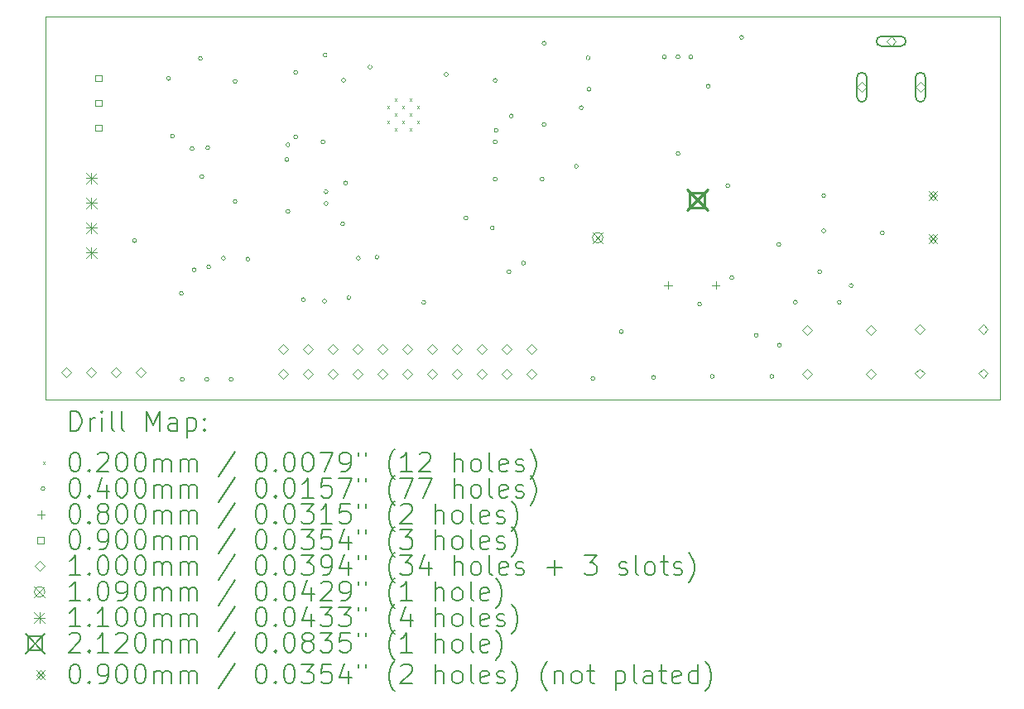
<source format=gbr>
%TF.GenerationSoftware,KiCad,Pcbnew,7.0.6*%
%TF.CreationDate,2024-04-30T21:14:50+02:00*%
%TF.ProjectId,heimdall_board,6865696d-6461-46c6-9c5f-626f6172642e,rev?*%
%TF.SameCoordinates,Original*%
%TF.FileFunction,Drillmap*%
%TF.FilePolarity,Positive*%
%FSLAX45Y45*%
G04 Gerber Fmt 4.5, Leading zero omitted, Abs format (unit mm)*
G04 Created by KiCad (PCBNEW 7.0.6) date 2024-04-30 21:14:50*
%MOMM*%
%LPD*%
G01*
G04 APERTURE LIST*
%ADD10C,0.100000*%
%ADD11C,0.200000*%
%ADD12C,0.020000*%
%ADD13C,0.040000*%
%ADD14C,0.080000*%
%ADD15C,0.090000*%
%ADD16C,0.109000*%
%ADD17C,0.110000*%
%ADD18C,0.212000*%
G04 APERTURE END LIST*
D10*
X9877500Y-8445000D02*
X19637500Y-8445000D01*
X19637500Y-12365000D01*
X9877500Y-12365000D01*
X9877500Y-8445000D01*
D11*
D12*
X13372500Y-9358750D02*
X13392500Y-9378750D01*
X13392500Y-9358750D02*
X13372500Y-9378750D01*
X13372500Y-9511250D02*
X13392500Y-9531250D01*
X13392500Y-9511250D02*
X13372500Y-9531250D01*
X13448750Y-9282500D02*
X13468750Y-9302500D01*
X13468750Y-9282500D02*
X13448750Y-9302500D01*
X13448750Y-9435000D02*
X13468750Y-9455000D01*
X13468750Y-9435000D02*
X13448750Y-9455000D01*
X13448750Y-9587500D02*
X13468750Y-9607500D01*
X13468750Y-9587500D02*
X13448750Y-9607500D01*
X13525000Y-9358750D02*
X13545000Y-9378750D01*
X13545000Y-9358750D02*
X13525000Y-9378750D01*
X13525000Y-9511250D02*
X13545000Y-9531250D01*
X13545000Y-9511250D02*
X13525000Y-9531250D01*
X13601250Y-9282500D02*
X13621250Y-9302500D01*
X13621250Y-9282500D02*
X13601250Y-9302500D01*
X13601250Y-9435000D02*
X13621250Y-9455000D01*
X13621250Y-9435000D02*
X13601250Y-9455000D01*
X13601250Y-9587500D02*
X13621250Y-9607500D01*
X13621250Y-9587500D02*
X13601250Y-9607500D01*
X13677500Y-9358750D02*
X13697500Y-9378750D01*
X13697500Y-9358750D02*
X13677500Y-9378750D01*
X13677500Y-9511250D02*
X13697500Y-9531250D01*
X13697500Y-9511250D02*
X13677500Y-9531250D01*
D13*
X10807500Y-10735000D02*
G75*
G03*
X10807500Y-10735000I-20000J0D01*
G01*
X11157500Y-9075000D02*
G75*
G03*
X11157500Y-9075000I-20000J0D01*
G01*
X11197500Y-9665000D02*
G75*
G03*
X11197500Y-9665000I-20000J0D01*
G01*
X11287500Y-11275000D02*
G75*
G03*
X11287500Y-11275000I-20000J0D01*
G01*
X11297500Y-12155000D02*
G75*
G03*
X11297500Y-12155000I-20000J0D01*
G01*
X11397500Y-9795000D02*
G75*
G03*
X11397500Y-9795000I-20000J0D01*
G01*
X11417500Y-11035000D02*
G75*
G03*
X11417500Y-11035000I-20000J0D01*
G01*
X11482500Y-8870000D02*
G75*
G03*
X11482500Y-8870000I-20000J0D01*
G01*
X11497500Y-10080000D02*
G75*
G03*
X11497500Y-10080000I-20000J0D01*
G01*
X11547500Y-12155000D02*
G75*
G03*
X11547500Y-12155000I-20000J0D01*
G01*
X11557500Y-9785000D02*
G75*
G03*
X11557500Y-9785000I-20000J0D01*
G01*
X11567500Y-11005000D02*
G75*
G03*
X11567500Y-11005000I-20000J0D01*
G01*
X11717500Y-10915000D02*
G75*
G03*
X11717500Y-10915000I-20000J0D01*
G01*
X11797500Y-12155000D02*
G75*
G03*
X11797500Y-12155000I-20000J0D01*
G01*
X11837500Y-9105000D02*
G75*
G03*
X11837500Y-9105000I-20000J0D01*
G01*
X11837500Y-10335000D02*
G75*
G03*
X11837500Y-10335000I-20000J0D01*
G01*
X11967500Y-10925000D02*
G75*
G03*
X11967500Y-10925000I-20000J0D01*
G01*
X12367500Y-9905000D02*
G75*
G03*
X12367500Y-9905000I-20000J0D01*
G01*
X12377500Y-9755000D02*
G75*
G03*
X12377500Y-9755000I-20000J0D01*
G01*
X12377500Y-10435000D02*
G75*
G03*
X12377500Y-10435000I-20000J0D01*
G01*
X12457500Y-9015000D02*
G75*
G03*
X12457500Y-9015000I-20000J0D01*
G01*
X12457500Y-9675000D02*
G75*
G03*
X12457500Y-9675000I-20000J0D01*
G01*
X12535100Y-11340000D02*
G75*
G03*
X12535100Y-11340000I-20000J0D01*
G01*
X12737500Y-9725000D02*
G75*
G03*
X12737500Y-9725000I-20000J0D01*
G01*
X12752500Y-11355000D02*
G75*
G03*
X12752500Y-11355000I-20000J0D01*
G01*
X12757500Y-8835000D02*
G75*
G03*
X12757500Y-8835000I-20000J0D01*
G01*
X12767500Y-10235000D02*
G75*
G03*
X12767500Y-10235000I-20000J0D01*
G01*
X12767500Y-10355000D02*
G75*
G03*
X12767500Y-10355000I-20000J0D01*
G01*
X12937500Y-10565000D02*
G75*
G03*
X12937500Y-10565000I-20000J0D01*
G01*
X12947500Y-9095000D02*
G75*
G03*
X12947500Y-9095000I-20000J0D01*
G01*
X12967500Y-10145000D02*
G75*
G03*
X12967500Y-10145000I-20000J0D01*
G01*
X12999950Y-11320000D02*
G75*
G03*
X12999950Y-11320000I-20000J0D01*
G01*
X13097500Y-10915000D02*
G75*
G03*
X13097500Y-10915000I-20000J0D01*
G01*
X13217500Y-8960000D02*
G75*
G03*
X13217500Y-8960000I-20000J0D01*
G01*
X13287500Y-10905000D02*
G75*
G03*
X13287500Y-10905000I-20000J0D01*
G01*
X13767500Y-11367450D02*
G75*
G03*
X13767500Y-11367450I-20000J0D01*
G01*
X13997500Y-9035000D02*
G75*
G03*
X13997500Y-9035000I-20000J0D01*
G01*
X14197500Y-10505000D02*
G75*
G03*
X14197500Y-10505000I-20000J0D01*
G01*
X14467500Y-10605000D02*
G75*
G03*
X14467500Y-10605000I-20000J0D01*
G01*
X14497500Y-9095000D02*
G75*
G03*
X14497500Y-9095000I-20000J0D01*
G01*
X14497500Y-9725000D02*
G75*
G03*
X14497500Y-9725000I-20000J0D01*
G01*
X14497500Y-10105000D02*
G75*
G03*
X14497500Y-10105000I-20000J0D01*
G01*
X14507500Y-9605000D02*
G75*
G03*
X14507500Y-9605000I-20000J0D01*
G01*
X14637500Y-11055000D02*
G75*
G03*
X14637500Y-11055000I-20000J0D01*
G01*
X14662500Y-9460000D02*
G75*
G03*
X14662500Y-9460000I-20000J0D01*
G01*
X14787500Y-10965000D02*
G75*
G03*
X14787500Y-10965000I-20000J0D01*
G01*
X14977500Y-10105000D02*
G75*
G03*
X14977500Y-10105000I-20000J0D01*
G01*
X14997500Y-8715000D02*
G75*
G03*
X14997500Y-8715000I-20000J0D01*
G01*
X14997500Y-9545000D02*
G75*
G03*
X14997500Y-9545000I-20000J0D01*
G01*
X15327500Y-9975000D02*
G75*
G03*
X15327500Y-9975000I-20000J0D01*
G01*
X15377500Y-9375000D02*
G75*
G03*
X15377500Y-9375000I-20000J0D01*
G01*
X15447500Y-8865000D02*
G75*
G03*
X15447500Y-8865000I-20000J0D01*
G01*
X15457500Y-9185000D02*
G75*
G03*
X15457500Y-9185000I-20000J0D01*
G01*
X15497500Y-12145000D02*
G75*
G03*
X15497500Y-12145000I-20000J0D01*
G01*
X15787500Y-11665000D02*
G75*
G03*
X15787500Y-11665000I-20000J0D01*
G01*
X16117500Y-12135000D02*
G75*
G03*
X16117500Y-12135000I-20000J0D01*
G01*
X16227500Y-8855000D02*
G75*
G03*
X16227500Y-8855000I-20000J0D01*
G01*
X16367500Y-8855000D02*
G75*
G03*
X16367500Y-8855000I-20000J0D01*
G01*
X16367500Y-9845000D02*
G75*
G03*
X16367500Y-9845000I-20000J0D01*
G01*
X16497500Y-8855000D02*
G75*
G03*
X16497500Y-8855000I-20000J0D01*
G01*
X16587500Y-11385000D02*
G75*
G03*
X16587500Y-11385000I-20000J0D01*
G01*
X16677500Y-9155000D02*
G75*
G03*
X16677500Y-9155000I-20000J0D01*
G01*
X16717500Y-12125000D02*
G75*
G03*
X16717500Y-12125000I-20000J0D01*
G01*
X16877500Y-10175000D02*
G75*
G03*
X16877500Y-10175000I-20000J0D01*
G01*
X16917500Y-11115000D02*
G75*
G03*
X16917500Y-11115000I-20000J0D01*
G01*
X17017500Y-8655000D02*
G75*
G03*
X17017500Y-8655000I-20000J0D01*
G01*
X17167500Y-11705000D02*
G75*
G03*
X17167500Y-11705000I-20000J0D01*
G01*
X17327500Y-12125000D02*
G75*
G03*
X17327500Y-12125000I-20000J0D01*
G01*
X17397500Y-10775000D02*
G75*
G03*
X17397500Y-10775000I-20000J0D01*
G01*
X17405050Y-11805000D02*
G75*
G03*
X17405050Y-11805000I-20000J0D01*
G01*
X17567500Y-11365000D02*
G75*
G03*
X17567500Y-11365000I-20000J0D01*
G01*
X17817500Y-11055000D02*
G75*
G03*
X17817500Y-11055000I-20000J0D01*
G01*
X17857500Y-10275000D02*
G75*
G03*
X17857500Y-10275000I-20000J0D01*
G01*
X17857500Y-10635000D02*
G75*
G03*
X17857500Y-10635000I-20000J0D01*
G01*
X18017500Y-11365000D02*
G75*
G03*
X18017500Y-11365000I-20000J0D01*
G01*
X18137500Y-11195000D02*
G75*
G03*
X18137500Y-11195000I-20000J0D01*
G01*
X18457500Y-10655000D02*
G75*
G03*
X18457500Y-10655000I-20000J0D01*
G01*
D14*
X16244500Y-11150000D02*
X16244500Y-11230000D01*
X16204500Y-11190000D02*
X16284500Y-11190000D01*
X16732500Y-11150000D02*
X16732500Y-11230000D01*
X16692500Y-11190000D02*
X16772500Y-11190000D01*
D15*
X10450820Y-9102820D02*
X10450820Y-9039180D01*
X10387180Y-9039180D01*
X10387180Y-9102820D01*
X10450820Y-9102820D01*
X10450820Y-9356820D02*
X10450820Y-9293180D01*
X10387180Y-9293180D01*
X10387180Y-9356820D01*
X10450820Y-9356820D01*
X10450820Y-9610820D02*
X10450820Y-9547180D01*
X10387180Y-9547180D01*
X10387180Y-9610820D01*
X10450820Y-9610820D01*
D10*
X10089500Y-12135000D02*
X10139500Y-12085000D01*
X10089500Y-12035000D01*
X10039500Y-12085000D01*
X10089500Y-12135000D01*
X10343500Y-12135000D02*
X10393500Y-12085000D01*
X10343500Y-12035000D01*
X10293500Y-12085000D01*
X10343500Y-12135000D01*
X10597500Y-12135000D02*
X10647500Y-12085000D01*
X10597500Y-12035000D01*
X10547500Y-12085000D01*
X10597500Y-12135000D01*
X10851500Y-12135000D02*
X10901500Y-12085000D01*
X10851500Y-12035000D01*
X10801500Y-12085000D01*
X10851500Y-12135000D01*
X12311500Y-11895000D02*
X12361500Y-11845000D01*
X12311500Y-11795000D01*
X12261500Y-11845000D01*
X12311500Y-11895000D01*
X12311500Y-12149000D02*
X12361500Y-12099000D01*
X12311500Y-12049000D01*
X12261500Y-12099000D01*
X12311500Y-12149000D01*
X12565500Y-11895000D02*
X12615500Y-11845000D01*
X12565500Y-11795000D01*
X12515500Y-11845000D01*
X12565500Y-11895000D01*
X12565500Y-12149000D02*
X12615500Y-12099000D01*
X12565500Y-12049000D01*
X12515500Y-12099000D01*
X12565500Y-12149000D01*
X12819500Y-11895000D02*
X12869500Y-11845000D01*
X12819500Y-11795000D01*
X12769500Y-11845000D01*
X12819500Y-11895000D01*
X12819500Y-12149000D02*
X12869500Y-12099000D01*
X12819500Y-12049000D01*
X12769500Y-12099000D01*
X12819500Y-12149000D01*
X13073500Y-11895000D02*
X13123500Y-11845000D01*
X13073500Y-11795000D01*
X13023500Y-11845000D01*
X13073500Y-11895000D01*
X13073500Y-12149000D02*
X13123500Y-12099000D01*
X13073500Y-12049000D01*
X13023500Y-12099000D01*
X13073500Y-12149000D01*
X13327500Y-11895000D02*
X13377500Y-11845000D01*
X13327500Y-11795000D01*
X13277500Y-11845000D01*
X13327500Y-11895000D01*
X13327500Y-12149000D02*
X13377500Y-12099000D01*
X13327500Y-12049000D01*
X13277500Y-12099000D01*
X13327500Y-12149000D01*
X13581500Y-11895000D02*
X13631500Y-11845000D01*
X13581500Y-11795000D01*
X13531500Y-11845000D01*
X13581500Y-11895000D01*
X13581500Y-12149000D02*
X13631500Y-12099000D01*
X13581500Y-12049000D01*
X13531500Y-12099000D01*
X13581500Y-12149000D01*
X13835500Y-11895000D02*
X13885500Y-11845000D01*
X13835500Y-11795000D01*
X13785500Y-11845000D01*
X13835500Y-11895000D01*
X13835500Y-12149000D02*
X13885500Y-12099000D01*
X13835500Y-12049000D01*
X13785500Y-12099000D01*
X13835500Y-12149000D01*
X14089500Y-11895000D02*
X14139500Y-11845000D01*
X14089500Y-11795000D01*
X14039500Y-11845000D01*
X14089500Y-11895000D01*
X14089500Y-12149000D02*
X14139500Y-12099000D01*
X14089500Y-12049000D01*
X14039500Y-12099000D01*
X14089500Y-12149000D01*
X14343500Y-11895000D02*
X14393500Y-11845000D01*
X14343500Y-11795000D01*
X14293500Y-11845000D01*
X14343500Y-11895000D01*
X14343500Y-12149000D02*
X14393500Y-12099000D01*
X14343500Y-12049000D01*
X14293500Y-12099000D01*
X14343500Y-12149000D01*
X14597500Y-11895000D02*
X14647500Y-11845000D01*
X14597500Y-11795000D01*
X14547500Y-11845000D01*
X14597500Y-11895000D01*
X14597500Y-12149000D02*
X14647500Y-12099000D01*
X14597500Y-12049000D01*
X14547500Y-12099000D01*
X14597500Y-12149000D01*
X14851500Y-11895000D02*
X14901500Y-11845000D01*
X14851500Y-11795000D01*
X14801500Y-11845000D01*
X14851500Y-11895000D01*
X14851500Y-12149000D02*
X14901500Y-12099000D01*
X14851500Y-12049000D01*
X14801500Y-12099000D01*
X14851500Y-12149000D01*
X17667500Y-11700000D02*
X17717500Y-11650000D01*
X17667500Y-11600000D01*
X17617500Y-11650000D01*
X17667500Y-11700000D01*
X17667500Y-12150000D02*
X17717500Y-12100000D01*
X17667500Y-12050000D01*
X17617500Y-12100000D01*
X17667500Y-12150000D01*
X18227500Y-9215000D02*
X18277500Y-9165000D01*
X18227500Y-9115000D01*
X18177500Y-9165000D01*
X18227500Y-9215000D01*
D11*
X18277500Y-9265000D02*
X18277500Y-9065000D01*
X18277500Y-9065000D02*
G75*
G03*
X18177500Y-9065000I-50000J0D01*
G01*
X18177500Y-9065000D02*
X18177500Y-9265000D01*
X18177500Y-9265000D02*
G75*
G03*
X18277500Y-9265000I50000J0D01*
G01*
D10*
X18317500Y-11700000D02*
X18367500Y-11650000D01*
X18317500Y-11600000D01*
X18267500Y-11650000D01*
X18317500Y-11700000D01*
X18317500Y-12150000D02*
X18367500Y-12100000D01*
X18317500Y-12050000D01*
X18267500Y-12100000D01*
X18317500Y-12150000D01*
X18527500Y-8745000D02*
X18577500Y-8695000D01*
X18527500Y-8645000D01*
X18477500Y-8695000D01*
X18527500Y-8745000D01*
D11*
X18627500Y-8645000D02*
X18427500Y-8645000D01*
X18427500Y-8645000D02*
G75*
G03*
X18427500Y-8745000I0J-50000D01*
G01*
X18427500Y-8745000D02*
X18627500Y-8745000D01*
X18627500Y-8745000D02*
G75*
G03*
X18627500Y-8645000I0J50000D01*
G01*
D10*
X18817500Y-11695000D02*
X18867500Y-11645000D01*
X18817500Y-11595000D01*
X18767500Y-11645000D01*
X18817500Y-11695000D01*
X18817500Y-12145000D02*
X18867500Y-12095000D01*
X18817500Y-12045000D01*
X18767500Y-12095000D01*
X18817500Y-12145000D01*
X18827500Y-9215000D02*
X18877500Y-9165000D01*
X18827500Y-9115000D01*
X18777500Y-9165000D01*
X18827500Y-9215000D01*
D11*
X18877500Y-9265000D02*
X18877500Y-9065000D01*
X18877500Y-9065000D02*
G75*
G03*
X18777500Y-9065000I-50000J0D01*
G01*
X18777500Y-9065000D02*
X18777500Y-9265000D01*
X18777500Y-9265000D02*
G75*
G03*
X18877500Y-9265000I50000J0D01*
G01*
D10*
X19467500Y-11695000D02*
X19517500Y-11645000D01*
X19467500Y-11595000D01*
X19417500Y-11645000D01*
X19467500Y-11695000D01*
X19467500Y-12145000D02*
X19517500Y-12095000D01*
X19467500Y-12045000D01*
X19417500Y-12095000D01*
X19467500Y-12145000D01*
D16*
X15471000Y-10650500D02*
X15580000Y-10759500D01*
X15580000Y-10650500D02*
X15471000Y-10759500D01*
X15580000Y-10705000D02*
G75*
G03*
X15580000Y-10705000I-54500J0D01*
G01*
D17*
X10292500Y-10040000D02*
X10402500Y-10150000D01*
X10402500Y-10040000D02*
X10292500Y-10150000D01*
X10347500Y-10040000D02*
X10347500Y-10150000D01*
X10292500Y-10095000D02*
X10402500Y-10095000D01*
X10292500Y-10294000D02*
X10402500Y-10404000D01*
X10402500Y-10294000D02*
X10292500Y-10404000D01*
X10347500Y-10294000D02*
X10347500Y-10404000D01*
X10292500Y-10349000D02*
X10402500Y-10349000D01*
X10292500Y-10548000D02*
X10402500Y-10658000D01*
X10402500Y-10548000D02*
X10292500Y-10658000D01*
X10347500Y-10548000D02*
X10347500Y-10658000D01*
X10292500Y-10603000D02*
X10402500Y-10603000D01*
X10292500Y-10802000D02*
X10402500Y-10912000D01*
X10402500Y-10802000D02*
X10292500Y-10912000D01*
X10347500Y-10802000D02*
X10347500Y-10912000D01*
X10292500Y-10857000D02*
X10402500Y-10857000D01*
D18*
X16436500Y-10214000D02*
X16648500Y-10426000D01*
X16648500Y-10214000D02*
X16436500Y-10426000D01*
X16617454Y-10394954D02*
X16617454Y-10245046D01*
X16467546Y-10245046D01*
X16467546Y-10394954D01*
X16617454Y-10394954D01*
D15*
X18910000Y-10230000D02*
X19000000Y-10320000D01*
X19000000Y-10230000D02*
X18910000Y-10320000D01*
X18955000Y-10320000D02*
X19000000Y-10275000D01*
X18955000Y-10230000D01*
X18910000Y-10275000D01*
X18955000Y-10320000D01*
X18910000Y-10670000D02*
X19000000Y-10760000D01*
X19000000Y-10670000D02*
X18910000Y-10760000D01*
X18955000Y-10760000D02*
X19000000Y-10715000D01*
X18955000Y-10670000D01*
X18910000Y-10715000D01*
X18955000Y-10760000D01*
D11*
X10133277Y-12681484D02*
X10133277Y-12481484D01*
X10133277Y-12481484D02*
X10180896Y-12481484D01*
X10180896Y-12481484D02*
X10209467Y-12491008D01*
X10209467Y-12491008D02*
X10228515Y-12510055D01*
X10228515Y-12510055D02*
X10238039Y-12529103D01*
X10238039Y-12529103D02*
X10247563Y-12567198D01*
X10247563Y-12567198D02*
X10247563Y-12595769D01*
X10247563Y-12595769D02*
X10238039Y-12633865D01*
X10238039Y-12633865D02*
X10228515Y-12652912D01*
X10228515Y-12652912D02*
X10209467Y-12671960D01*
X10209467Y-12671960D02*
X10180896Y-12681484D01*
X10180896Y-12681484D02*
X10133277Y-12681484D01*
X10333277Y-12681484D02*
X10333277Y-12548150D01*
X10333277Y-12586246D02*
X10342801Y-12567198D01*
X10342801Y-12567198D02*
X10352324Y-12557674D01*
X10352324Y-12557674D02*
X10371372Y-12548150D01*
X10371372Y-12548150D02*
X10390420Y-12548150D01*
X10457086Y-12681484D02*
X10457086Y-12548150D01*
X10457086Y-12481484D02*
X10447563Y-12491008D01*
X10447563Y-12491008D02*
X10457086Y-12500531D01*
X10457086Y-12500531D02*
X10466610Y-12491008D01*
X10466610Y-12491008D02*
X10457086Y-12481484D01*
X10457086Y-12481484D02*
X10457086Y-12500531D01*
X10580896Y-12681484D02*
X10561848Y-12671960D01*
X10561848Y-12671960D02*
X10552324Y-12652912D01*
X10552324Y-12652912D02*
X10552324Y-12481484D01*
X10685658Y-12681484D02*
X10666610Y-12671960D01*
X10666610Y-12671960D02*
X10657086Y-12652912D01*
X10657086Y-12652912D02*
X10657086Y-12481484D01*
X10914229Y-12681484D02*
X10914229Y-12481484D01*
X10914229Y-12481484D02*
X10980896Y-12624341D01*
X10980896Y-12624341D02*
X11047563Y-12481484D01*
X11047563Y-12481484D02*
X11047563Y-12681484D01*
X11228515Y-12681484D02*
X11228515Y-12576722D01*
X11228515Y-12576722D02*
X11218991Y-12557674D01*
X11218991Y-12557674D02*
X11199943Y-12548150D01*
X11199943Y-12548150D02*
X11161848Y-12548150D01*
X11161848Y-12548150D02*
X11142801Y-12557674D01*
X11228515Y-12671960D02*
X11209467Y-12681484D01*
X11209467Y-12681484D02*
X11161848Y-12681484D01*
X11161848Y-12681484D02*
X11142801Y-12671960D01*
X11142801Y-12671960D02*
X11133277Y-12652912D01*
X11133277Y-12652912D02*
X11133277Y-12633865D01*
X11133277Y-12633865D02*
X11142801Y-12614817D01*
X11142801Y-12614817D02*
X11161848Y-12605293D01*
X11161848Y-12605293D02*
X11209467Y-12605293D01*
X11209467Y-12605293D02*
X11228515Y-12595769D01*
X11323753Y-12548150D02*
X11323753Y-12748150D01*
X11323753Y-12557674D02*
X11342801Y-12548150D01*
X11342801Y-12548150D02*
X11380896Y-12548150D01*
X11380896Y-12548150D02*
X11399943Y-12557674D01*
X11399943Y-12557674D02*
X11409467Y-12567198D01*
X11409467Y-12567198D02*
X11418991Y-12586246D01*
X11418991Y-12586246D02*
X11418991Y-12643388D01*
X11418991Y-12643388D02*
X11409467Y-12662436D01*
X11409467Y-12662436D02*
X11399943Y-12671960D01*
X11399943Y-12671960D02*
X11380896Y-12681484D01*
X11380896Y-12681484D02*
X11342801Y-12681484D01*
X11342801Y-12681484D02*
X11323753Y-12671960D01*
X11504705Y-12662436D02*
X11514229Y-12671960D01*
X11514229Y-12671960D02*
X11504705Y-12681484D01*
X11504705Y-12681484D02*
X11495182Y-12671960D01*
X11495182Y-12671960D02*
X11504705Y-12662436D01*
X11504705Y-12662436D02*
X11504705Y-12681484D01*
X11504705Y-12557674D02*
X11514229Y-12567198D01*
X11514229Y-12567198D02*
X11504705Y-12576722D01*
X11504705Y-12576722D02*
X11495182Y-12567198D01*
X11495182Y-12567198D02*
X11504705Y-12557674D01*
X11504705Y-12557674D02*
X11504705Y-12576722D01*
D12*
X9852500Y-13000000D02*
X9872500Y-13020000D01*
X9872500Y-13000000D02*
X9852500Y-13020000D01*
D11*
X10171372Y-12901484D02*
X10190420Y-12901484D01*
X10190420Y-12901484D02*
X10209467Y-12911008D01*
X10209467Y-12911008D02*
X10218991Y-12920531D01*
X10218991Y-12920531D02*
X10228515Y-12939579D01*
X10228515Y-12939579D02*
X10238039Y-12977674D01*
X10238039Y-12977674D02*
X10238039Y-13025293D01*
X10238039Y-13025293D02*
X10228515Y-13063388D01*
X10228515Y-13063388D02*
X10218991Y-13082436D01*
X10218991Y-13082436D02*
X10209467Y-13091960D01*
X10209467Y-13091960D02*
X10190420Y-13101484D01*
X10190420Y-13101484D02*
X10171372Y-13101484D01*
X10171372Y-13101484D02*
X10152324Y-13091960D01*
X10152324Y-13091960D02*
X10142801Y-13082436D01*
X10142801Y-13082436D02*
X10133277Y-13063388D01*
X10133277Y-13063388D02*
X10123753Y-13025293D01*
X10123753Y-13025293D02*
X10123753Y-12977674D01*
X10123753Y-12977674D02*
X10133277Y-12939579D01*
X10133277Y-12939579D02*
X10142801Y-12920531D01*
X10142801Y-12920531D02*
X10152324Y-12911008D01*
X10152324Y-12911008D02*
X10171372Y-12901484D01*
X10323753Y-13082436D02*
X10333277Y-13091960D01*
X10333277Y-13091960D02*
X10323753Y-13101484D01*
X10323753Y-13101484D02*
X10314229Y-13091960D01*
X10314229Y-13091960D02*
X10323753Y-13082436D01*
X10323753Y-13082436D02*
X10323753Y-13101484D01*
X10409467Y-12920531D02*
X10418991Y-12911008D01*
X10418991Y-12911008D02*
X10438039Y-12901484D01*
X10438039Y-12901484D02*
X10485658Y-12901484D01*
X10485658Y-12901484D02*
X10504705Y-12911008D01*
X10504705Y-12911008D02*
X10514229Y-12920531D01*
X10514229Y-12920531D02*
X10523753Y-12939579D01*
X10523753Y-12939579D02*
X10523753Y-12958627D01*
X10523753Y-12958627D02*
X10514229Y-12987198D01*
X10514229Y-12987198D02*
X10399944Y-13101484D01*
X10399944Y-13101484D02*
X10523753Y-13101484D01*
X10647563Y-12901484D02*
X10666610Y-12901484D01*
X10666610Y-12901484D02*
X10685658Y-12911008D01*
X10685658Y-12911008D02*
X10695182Y-12920531D01*
X10695182Y-12920531D02*
X10704705Y-12939579D01*
X10704705Y-12939579D02*
X10714229Y-12977674D01*
X10714229Y-12977674D02*
X10714229Y-13025293D01*
X10714229Y-13025293D02*
X10704705Y-13063388D01*
X10704705Y-13063388D02*
X10695182Y-13082436D01*
X10695182Y-13082436D02*
X10685658Y-13091960D01*
X10685658Y-13091960D02*
X10666610Y-13101484D01*
X10666610Y-13101484D02*
X10647563Y-13101484D01*
X10647563Y-13101484D02*
X10628515Y-13091960D01*
X10628515Y-13091960D02*
X10618991Y-13082436D01*
X10618991Y-13082436D02*
X10609467Y-13063388D01*
X10609467Y-13063388D02*
X10599944Y-13025293D01*
X10599944Y-13025293D02*
X10599944Y-12977674D01*
X10599944Y-12977674D02*
X10609467Y-12939579D01*
X10609467Y-12939579D02*
X10618991Y-12920531D01*
X10618991Y-12920531D02*
X10628515Y-12911008D01*
X10628515Y-12911008D02*
X10647563Y-12901484D01*
X10838039Y-12901484D02*
X10857086Y-12901484D01*
X10857086Y-12901484D02*
X10876134Y-12911008D01*
X10876134Y-12911008D02*
X10885658Y-12920531D01*
X10885658Y-12920531D02*
X10895182Y-12939579D01*
X10895182Y-12939579D02*
X10904705Y-12977674D01*
X10904705Y-12977674D02*
X10904705Y-13025293D01*
X10904705Y-13025293D02*
X10895182Y-13063388D01*
X10895182Y-13063388D02*
X10885658Y-13082436D01*
X10885658Y-13082436D02*
X10876134Y-13091960D01*
X10876134Y-13091960D02*
X10857086Y-13101484D01*
X10857086Y-13101484D02*
X10838039Y-13101484D01*
X10838039Y-13101484D02*
X10818991Y-13091960D01*
X10818991Y-13091960D02*
X10809467Y-13082436D01*
X10809467Y-13082436D02*
X10799944Y-13063388D01*
X10799944Y-13063388D02*
X10790420Y-13025293D01*
X10790420Y-13025293D02*
X10790420Y-12977674D01*
X10790420Y-12977674D02*
X10799944Y-12939579D01*
X10799944Y-12939579D02*
X10809467Y-12920531D01*
X10809467Y-12920531D02*
X10818991Y-12911008D01*
X10818991Y-12911008D02*
X10838039Y-12901484D01*
X10990420Y-13101484D02*
X10990420Y-12968150D01*
X10990420Y-12987198D02*
X10999944Y-12977674D01*
X10999944Y-12977674D02*
X11018991Y-12968150D01*
X11018991Y-12968150D02*
X11047563Y-12968150D01*
X11047563Y-12968150D02*
X11066610Y-12977674D01*
X11066610Y-12977674D02*
X11076134Y-12996722D01*
X11076134Y-12996722D02*
X11076134Y-13101484D01*
X11076134Y-12996722D02*
X11085658Y-12977674D01*
X11085658Y-12977674D02*
X11104705Y-12968150D01*
X11104705Y-12968150D02*
X11133277Y-12968150D01*
X11133277Y-12968150D02*
X11152325Y-12977674D01*
X11152325Y-12977674D02*
X11161848Y-12996722D01*
X11161848Y-12996722D02*
X11161848Y-13101484D01*
X11257086Y-13101484D02*
X11257086Y-12968150D01*
X11257086Y-12987198D02*
X11266610Y-12977674D01*
X11266610Y-12977674D02*
X11285658Y-12968150D01*
X11285658Y-12968150D02*
X11314229Y-12968150D01*
X11314229Y-12968150D02*
X11333277Y-12977674D01*
X11333277Y-12977674D02*
X11342801Y-12996722D01*
X11342801Y-12996722D02*
X11342801Y-13101484D01*
X11342801Y-12996722D02*
X11352324Y-12977674D01*
X11352324Y-12977674D02*
X11371372Y-12968150D01*
X11371372Y-12968150D02*
X11399943Y-12968150D01*
X11399943Y-12968150D02*
X11418991Y-12977674D01*
X11418991Y-12977674D02*
X11428515Y-12996722D01*
X11428515Y-12996722D02*
X11428515Y-13101484D01*
X11818991Y-12891960D02*
X11647563Y-13149103D01*
X12076134Y-12901484D02*
X12095182Y-12901484D01*
X12095182Y-12901484D02*
X12114229Y-12911008D01*
X12114229Y-12911008D02*
X12123753Y-12920531D01*
X12123753Y-12920531D02*
X12133277Y-12939579D01*
X12133277Y-12939579D02*
X12142801Y-12977674D01*
X12142801Y-12977674D02*
X12142801Y-13025293D01*
X12142801Y-13025293D02*
X12133277Y-13063388D01*
X12133277Y-13063388D02*
X12123753Y-13082436D01*
X12123753Y-13082436D02*
X12114229Y-13091960D01*
X12114229Y-13091960D02*
X12095182Y-13101484D01*
X12095182Y-13101484D02*
X12076134Y-13101484D01*
X12076134Y-13101484D02*
X12057086Y-13091960D01*
X12057086Y-13091960D02*
X12047563Y-13082436D01*
X12047563Y-13082436D02*
X12038039Y-13063388D01*
X12038039Y-13063388D02*
X12028515Y-13025293D01*
X12028515Y-13025293D02*
X12028515Y-12977674D01*
X12028515Y-12977674D02*
X12038039Y-12939579D01*
X12038039Y-12939579D02*
X12047563Y-12920531D01*
X12047563Y-12920531D02*
X12057086Y-12911008D01*
X12057086Y-12911008D02*
X12076134Y-12901484D01*
X12228515Y-13082436D02*
X12238039Y-13091960D01*
X12238039Y-13091960D02*
X12228515Y-13101484D01*
X12228515Y-13101484D02*
X12218991Y-13091960D01*
X12218991Y-13091960D02*
X12228515Y-13082436D01*
X12228515Y-13082436D02*
X12228515Y-13101484D01*
X12361848Y-12901484D02*
X12380896Y-12901484D01*
X12380896Y-12901484D02*
X12399944Y-12911008D01*
X12399944Y-12911008D02*
X12409467Y-12920531D01*
X12409467Y-12920531D02*
X12418991Y-12939579D01*
X12418991Y-12939579D02*
X12428515Y-12977674D01*
X12428515Y-12977674D02*
X12428515Y-13025293D01*
X12428515Y-13025293D02*
X12418991Y-13063388D01*
X12418991Y-13063388D02*
X12409467Y-13082436D01*
X12409467Y-13082436D02*
X12399944Y-13091960D01*
X12399944Y-13091960D02*
X12380896Y-13101484D01*
X12380896Y-13101484D02*
X12361848Y-13101484D01*
X12361848Y-13101484D02*
X12342801Y-13091960D01*
X12342801Y-13091960D02*
X12333277Y-13082436D01*
X12333277Y-13082436D02*
X12323753Y-13063388D01*
X12323753Y-13063388D02*
X12314229Y-13025293D01*
X12314229Y-13025293D02*
X12314229Y-12977674D01*
X12314229Y-12977674D02*
X12323753Y-12939579D01*
X12323753Y-12939579D02*
X12333277Y-12920531D01*
X12333277Y-12920531D02*
X12342801Y-12911008D01*
X12342801Y-12911008D02*
X12361848Y-12901484D01*
X12552325Y-12901484D02*
X12571372Y-12901484D01*
X12571372Y-12901484D02*
X12590420Y-12911008D01*
X12590420Y-12911008D02*
X12599944Y-12920531D01*
X12599944Y-12920531D02*
X12609467Y-12939579D01*
X12609467Y-12939579D02*
X12618991Y-12977674D01*
X12618991Y-12977674D02*
X12618991Y-13025293D01*
X12618991Y-13025293D02*
X12609467Y-13063388D01*
X12609467Y-13063388D02*
X12599944Y-13082436D01*
X12599944Y-13082436D02*
X12590420Y-13091960D01*
X12590420Y-13091960D02*
X12571372Y-13101484D01*
X12571372Y-13101484D02*
X12552325Y-13101484D01*
X12552325Y-13101484D02*
X12533277Y-13091960D01*
X12533277Y-13091960D02*
X12523753Y-13082436D01*
X12523753Y-13082436D02*
X12514229Y-13063388D01*
X12514229Y-13063388D02*
X12504706Y-13025293D01*
X12504706Y-13025293D02*
X12504706Y-12977674D01*
X12504706Y-12977674D02*
X12514229Y-12939579D01*
X12514229Y-12939579D02*
X12523753Y-12920531D01*
X12523753Y-12920531D02*
X12533277Y-12911008D01*
X12533277Y-12911008D02*
X12552325Y-12901484D01*
X12685658Y-12901484D02*
X12818991Y-12901484D01*
X12818991Y-12901484D02*
X12733277Y-13101484D01*
X12904706Y-13101484D02*
X12942801Y-13101484D01*
X12942801Y-13101484D02*
X12961848Y-13091960D01*
X12961848Y-13091960D02*
X12971372Y-13082436D01*
X12971372Y-13082436D02*
X12990420Y-13053865D01*
X12990420Y-13053865D02*
X12999944Y-13015769D01*
X12999944Y-13015769D02*
X12999944Y-12939579D01*
X12999944Y-12939579D02*
X12990420Y-12920531D01*
X12990420Y-12920531D02*
X12980896Y-12911008D01*
X12980896Y-12911008D02*
X12961848Y-12901484D01*
X12961848Y-12901484D02*
X12923753Y-12901484D01*
X12923753Y-12901484D02*
X12904706Y-12911008D01*
X12904706Y-12911008D02*
X12895182Y-12920531D01*
X12895182Y-12920531D02*
X12885658Y-12939579D01*
X12885658Y-12939579D02*
X12885658Y-12987198D01*
X12885658Y-12987198D02*
X12895182Y-13006246D01*
X12895182Y-13006246D02*
X12904706Y-13015769D01*
X12904706Y-13015769D02*
X12923753Y-13025293D01*
X12923753Y-13025293D02*
X12961848Y-13025293D01*
X12961848Y-13025293D02*
X12980896Y-13015769D01*
X12980896Y-13015769D02*
X12990420Y-13006246D01*
X12990420Y-13006246D02*
X12999944Y-12987198D01*
X13076134Y-12901484D02*
X13076134Y-12939579D01*
X13152325Y-12901484D02*
X13152325Y-12939579D01*
X13447563Y-13177674D02*
X13438039Y-13168150D01*
X13438039Y-13168150D02*
X13418991Y-13139579D01*
X13418991Y-13139579D02*
X13409468Y-13120531D01*
X13409468Y-13120531D02*
X13399944Y-13091960D01*
X13399944Y-13091960D02*
X13390420Y-13044341D01*
X13390420Y-13044341D02*
X13390420Y-13006246D01*
X13390420Y-13006246D02*
X13399944Y-12958627D01*
X13399944Y-12958627D02*
X13409468Y-12930055D01*
X13409468Y-12930055D02*
X13418991Y-12911008D01*
X13418991Y-12911008D02*
X13438039Y-12882436D01*
X13438039Y-12882436D02*
X13447563Y-12872912D01*
X13628515Y-13101484D02*
X13514229Y-13101484D01*
X13571372Y-13101484D02*
X13571372Y-12901484D01*
X13571372Y-12901484D02*
X13552325Y-12930055D01*
X13552325Y-12930055D02*
X13533277Y-12949103D01*
X13533277Y-12949103D02*
X13514229Y-12958627D01*
X13704706Y-12920531D02*
X13714229Y-12911008D01*
X13714229Y-12911008D02*
X13733277Y-12901484D01*
X13733277Y-12901484D02*
X13780896Y-12901484D01*
X13780896Y-12901484D02*
X13799944Y-12911008D01*
X13799944Y-12911008D02*
X13809468Y-12920531D01*
X13809468Y-12920531D02*
X13818991Y-12939579D01*
X13818991Y-12939579D02*
X13818991Y-12958627D01*
X13818991Y-12958627D02*
X13809468Y-12987198D01*
X13809468Y-12987198D02*
X13695182Y-13101484D01*
X13695182Y-13101484D02*
X13818991Y-13101484D01*
X14057087Y-13101484D02*
X14057087Y-12901484D01*
X14142801Y-13101484D02*
X14142801Y-12996722D01*
X14142801Y-12996722D02*
X14133277Y-12977674D01*
X14133277Y-12977674D02*
X14114230Y-12968150D01*
X14114230Y-12968150D02*
X14085658Y-12968150D01*
X14085658Y-12968150D02*
X14066610Y-12977674D01*
X14066610Y-12977674D02*
X14057087Y-12987198D01*
X14266610Y-13101484D02*
X14247563Y-13091960D01*
X14247563Y-13091960D02*
X14238039Y-13082436D01*
X14238039Y-13082436D02*
X14228515Y-13063388D01*
X14228515Y-13063388D02*
X14228515Y-13006246D01*
X14228515Y-13006246D02*
X14238039Y-12987198D01*
X14238039Y-12987198D02*
X14247563Y-12977674D01*
X14247563Y-12977674D02*
X14266610Y-12968150D01*
X14266610Y-12968150D02*
X14295182Y-12968150D01*
X14295182Y-12968150D02*
X14314230Y-12977674D01*
X14314230Y-12977674D02*
X14323753Y-12987198D01*
X14323753Y-12987198D02*
X14333277Y-13006246D01*
X14333277Y-13006246D02*
X14333277Y-13063388D01*
X14333277Y-13063388D02*
X14323753Y-13082436D01*
X14323753Y-13082436D02*
X14314230Y-13091960D01*
X14314230Y-13091960D02*
X14295182Y-13101484D01*
X14295182Y-13101484D02*
X14266610Y-13101484D01*
X14447563Y-13101484D02*
X14428515Y-13091960D01*
X14428515Y-13091960D02*
X14418991Y-13072912D01*
X14418991Y-13072912D02*
X14418991Y-12901484D01*
X14599944Y-13091960D02*
X14580896Y-13101484D01*
X14580896Y-13101484D02*
X14542801Y-13101484D01*
X14542801Y-13101484D02*
X14523753Y-13091960D01*
X14523753Y-13091960D02*
X14514230Y-13072912D01*
X14514230Y-13072912D02*
X14514230Y-12996722D01*
X14514230Y-12996722D02*
X14523753Y-12977674D01*
X14523753Y-12977674D02*
X14542801Y-12968150D01*
X14542801Y-12968150D02*
X14580896Y-12968150D01*
X14580896Y-12968150D02*
X14599944Y-12977674D01*
X14599944Y-12977674D02*
X14609468Y-12996722D01*
X14609468Y-12996722D02*
X14609468Y-13015769D01*
X14609468Y-13015769D02*
X14514230Y-13034817D01*
X14685658Y-13091960D02*
X14704706Y-13101484D01*
X14704706Y-13101484D02*
X14742801Y-13101484D01*
X14742801Y-13101484D02*
X14761849Y-13091960D01*
X14761849Y-13091960D02*
X14771372Y-13072912D01*
X14771372Y-13072912D02*
X14771372Y-13063388D01*
X14771372Y-13063388D02*
X14761849Y-13044341D01*
X14761849Y-13044341D02*
X14742801Y-13034817D01*
X14742801Y-13034817D02*
X14714230Y-13034817D01*
X14714230Y-13034817D02*
X14695182Y-13025293D01*
X14695182Y-13025293D02*
X14685658Y-13006246D01*
X14685658Y-13006246D02*
X14685658Y-12996722D01*
X14685658Y-12996722D02*
X14695182Y-12977674D01*
X14695182Y-12977674D02*
X14714230Y-12968150D01*
X14714230Y-12968150D02*
X14742801Y-12968150D01*
X14742801Y-12968150D02*
X14761849Y-12977674D01*
X14838039Y-13177674D02*
X14847563Y-13168150D01*
X14847563Y-13168150D02*
X14866611Y-13139579D01*
X14866611Y-13139579D02*
X14876134Y-13120531D01*
X14876134Y-13120531D02*
X14885658Y-13091960D01*
X14885658Y-13091960D02*
X14895182Y-13044341D01*
X14895182Y-13044341D02*
X14895182Y-13006246D01*
X14895182Y-13006246D02*
X14885658Y-12958627D01*
X14885658Y-12958627D02*
X14876134Y-12930055D01*
X14876134Y-12930055D02*
X14866611Y-12911008D01*
X14866611Y-12911008D02*
X14847563Y-12882436D01*
X14847563Y-12882436D02*
X14838039Y-12872912D01*
D13*
X9872500Y-13274000D02*
G75*
G03*
X9872500Y-13274000I-20000J0D01*
G01*
D11*
X10171372Y-13165484D02*
X10190420Y-13165484D01*
X10190420Y-13165484D02*
X10209467Y-13175008D01*
X10209467Y-13175008D02*
X10218991Y-13184531D01*
X10218991Y-13184531D02*
X10228515Y-13203579D01*
X10228515Y-13203579D02*
X10238039Y-13241674D01*
X10238039Y-13241674D02*
X10238039Y-13289293D01*
X10238039Y-13289293D02*
X10228515Y-13327388D01*
X10228515Y-13327388D02*
X10218991Y-13346436D01*
X10218991Y-13346436D02*
X10209467Y-13355960D01*
X10209467Y-13355960D02*
X10190420Y-13365484D01*
X10190420Y-13365484D02*
X10171372Y-13365484D01*
X10171372Y-13365484D02*
X10152324Y-13355960D01*
X10152324Y-13355960D02*
X10142801Y-13346436D01*
X10142801Y-13346436D02*
X10133277Y-13327388D01*
X10133277Y-13327388D02*
X10123753Y-13289293D01*
X10123753Y-13289293D02*
X10123753Y-13241674D01*
X10123753Y-13241674D02*
X10133277Y-13203579D01*
X10133277Y-13203579D02*
X10142801Y-13184531D01*
X10142801Y-13184531D02*
X10152324Y-13175008D01*
X10152324Y-13175008D02*
X10171372Y-13165484D01*
X10323753Y-13346436D02*
X10333277Y-13355960D01*
X10333277Y-13355960D02*
X10323753Y-13365484D01*
X10323753Y-13365484D02*
X10314229Y-13355960D01*
X10314229Y-13355960D02*
X10323753Y-13346436D01*
X10323753Y-13346436D02*
X10323753Y-13365484D01*
X10504705Y-13232150D02*
X10504705Y-13365484D01*
X10457086Y-13155960D02*
X10409467Y-13298817D01*
X10409467Y-13298817D02*
X10533277Y-13298817D01*
X10647563Y-13165484D02*
X10666610Y-13165484D01*
X10666610Y-13165484D02*
X10685658Y-13175008D01*
X10685658Y-13175008D02*
X10695182Y-13184531D01*
X10695182Y-13184531D02*
X10704705Y-13203579D01*
X10704705Y-13203579D02*
X10714229Y-13241674D01*
X10714229Y-13241674D02*
X10714229Y-13289293D01*
X10714229Y-13289293D02*
X10704705Y-13327388D01*
X10704705Y-13327388D02*
X10695182Y-13346436D01*
X10695182Y-13346436D02*
X10685658Y-13355960D01*
X10685658Y-13355960D02*
X10666610Y-13365484D01*
X10666610Y-13365484D02*
X10647563Y-13365484D01*
X10647563Y-13365484D02*
X10628515Y-13355960D01*
X10628515Y-13355960D02*
X10618991Y-13346436D01*
X10618991Y-13346436D02*
X10609467Y-13327388D01*
X10609467Y-13327388D02*
X10599944Y-13289293D01*
X10599944Y-13289293D02*
X10599944Y-13241674D01*
X10599944Y-13241674D02*
X10609467Y-13203579D01*
X10609467Y-13203579D02*
X10618991Y-13184531D01*
X10618991Y-13184531D02*
X10628515Y-13175008D01*
X10628515Y-13175008D02*
X10647563Y-13165484D01*
X10838039Y-13165484D02*
X10857086Y-13165484D01*
X10857086Y-13165484D02*
X10876134Y-13175008D01*
X10876134Y-13175008D02*
X10885658Y-13184531D01*
X10885658Y-13184531D02*
X10895182Y-13203579D01*
X10895182Y-13203579D02*
X10904705Y-13241674D01*
X10904705Y-13241674D02*
X10904705Y-13289293D01*
X10904705Y-13289293D02*
X10895182Y-13327388D01*
X10895182Y-13327388D02*
X10885658Y-13346436D01*
X10885658Y-13346436D02*
X10876134Y-13355960D01*
X10876134Y-13355960D02*
X10857086Y-13365484D01*
X10857086Y-13365484D02*
X10838039Y-13365484D01*
X10838039Y-13365484D02*
X10818991Y-13355960D01*
X10818991Y-13355960D02*
X10809467Y-13346436D01*
X10809467Y-13346436D02*
X10799944Y-13327388D01*
X10799944Y-13327388D02*
X10790420Y-13289293D01*
X10790420Y-13289293D02*
X10790420Y-13241674D01*
X10790420Y-13241674D02*
X10799944Y-13203579D01*
X10799944Y-13203579D02*
X10809467Y-13184531D01*
X10809467Y-13184531D02*
X10818991Y-13175008D01*
X10818991Y-13175008D02*
X10838039Y-13165484D01*
X10990420Y-13365484D02*
X10990420Y-13232150D01*
X10990420Y-13251198D02*
X10999944Y-13241674D01*
X10999944Y-13241674D02*
X11018991Y-13232150D01*
X11018991Y-13232150D02*
X11047563Y-13232150D01*
X11047563Y-13232150D02*
X11066610Y-13241674D01*
X11066610Y-13241674D02*
X11076134Y-13260722D01*
X11076134Y-13260722D02*
X11076134Y-13365484D01*
X11076134Y-13260722D02*
X11085658Y-13241674D01*
X11085658Y-13241674D02*
X11104705Y-13232150D01*
X11104705Y-13232150D02*
X11133277Y-13232150D01*
X11133277Y-13232150D02*
X11152325Y-13241674D01*
X11152325Y-13241674D02*
X11161848Y-13260722D01*
X11161848Y-13260722D02*
X11161848Y-13365484D01*
X11257086Y-13365484D02*
X11257086Y-13232150D01*
X11257086Y-13251198D02*
X11266610Y-13241674D01*
X11266610Y-13241674D02*
X11285658Y-13232150D01*
X11285658Y-13232150D02*
X11314229Y-13232150D01*
X11314229Y-13232150D02*
X11333277Y-13241674D01*
X11333277Y-13241674D02*
X11342801Y-13260722D01*
X11342801Y-13260722D02*
X11342801Y-13365484D01*
X11342801Y-13260722D02*
X11352324Y-13241674D01*
X11352324Y-13241674D02*
X11371372Y-13232150D01*
X11371372Y-13232150D02*
X11399943Y-13232150D01*
X11399943Y-13232150D02*
X11418991Y-13241674D01*
X11418991Y-13241674D02*
X11428515Y-13260722D01*
X11428515Y-13260722D02*
X11428515Y-13365484D01*
X11818991Y-13155960D02*
X11647563Y-13413103D01*
X12076134Y-13165484D02*
X12095182Y-13165484D01*
X12095182Y-13165484D02*
X12114229Y-13175008D01*
X12114229Y-13175008D02*
X12123753Y-13184531D01*
X12123753Y-13184531D02*
X12133277Y-13203579D01*
X12133277Y-13203579D02*
X12142801Y-13241674D01*
X12142801Y-13241674D02*
X12142801Y-13289293D01*
X12142801Y-13289293D02*
X12133277Y-13327388D01*
X12133277Y-13327388D02*
X12123753Y-13346436D01*
X12123753Y-13346436D02*
X12114229Y-13355960D01*
X12114229Y-13355960D02*
X12095182Y-13365484D01*
X12095182Y-13365484D02*
X12076134Y-13365484D01*
X12076134Y-13365484D02*
X12057086Y-13355960D01*
X12057086Y-13355960D02*
X12047563Y-13346436D01*
X12047563Y-13346436D02*
X12038039Y-13327388D01*
X12038039Y-13327388D02*
X12028515Y-13289293D01*
X12028515Y-13289293D02*
X12028515Y-13241674D01*
X12028515Y-13241674D02*
X12038039Y-13203579D01*
X12038039Y-13203579D02*
X12047563Y-13184531D01*
X12047563Y-13184531D02*
X12057086Y-13175008D01*
X12057086Y-13175008D02*
X12076134Y-13165484D01*
X12228515Y-13346436D02*
X12238039Y-13355960D01*
X12238039Y-13355960D02*
X12228515Y-13365484D01*
X12228515Y-13365484D02*
X12218991Y-13355960D01*
X12218991Y-13355960D02*
X12228515Y-13346436D01*
X12228515Y-13346436D02*
X12228515Y-13365484D01*
X12361848Y-13165484D02*
X12380896Y-13165484D01*
X12380896Y-13165484D02*
X12399944Y-13175008D01*
X12399944Y-13175008D02*
X12409467Y-13184531D01*
X12409467Y-13184531D02*
X12418991Y-13203579D01*
X12418991Y-13203579D02*
X12428515Y-13241674D01*
X12428515Y-13241674D02*
X12428515Y-13289293D01*
X12428515Y-13289293D02*
X12418991Y-13327388D01*
X12418991Y-13327388D02*
X12409467Y-13346436D01*
X12409467Y-13346436D02*
X12399944Y-13355960D01*
X12399944Y-13355960D02*
X12380896Y-13365484D01*
X12380896Y-13365484D02*
X12361848Y-13365484D01*
X12361848Y-13365484D02*
X12342801Y-13355960D01*
X12342801Y-13355960D02*
X12333277Y-13346436D01*
X12333277Y-13346436D02*
X12323753Y-13327388D01*
X12323753Y-13327388D02*
X12314229Y-13289293D01*
X12314229Y-13289293D02*
X12314229Y-13241674D01*
X12314229Y-13241674D02*
X12323753Y-13203579D01*
X12323753Y-13203579D02*
X12333277Y-13184531D01*
X12333277Y-13184531D02*
X12342801Y-13175008D01*
X12342801Y-13175008D02*
X12361848Y-13165484D01*
X12618991Y-13365484D02*
X12504706Y-13365484D01*
X12561848Y-13365484D02*
X12561848Y-13165484D01*
X12561848Y-13165484D02*
X12542801Y-13194055D01*
X12542801Y-13194055D02*
X12523753Y-13213103D01*
X12523753Y-13213103D02*
X12504706Y-13222627D01*
X12799944Y-13165484D02*
X12704706Y-13165484D01*
X12704706Y-13165484D02*
X12695182Y-13260722D01*
X12695182Y-13260722D02*
X12704706Y-13251198D01*
X12704706Y-13251198D02*
X12723753Y-13241674D01*
X12723753Y-13241674D02*
X12771372Y-13241674D01*
X12771372Y-13241674D02*
X12790420Y-13251198D01*
X12790420Y-13251198D02*
X12799944Y-13260722D01*
X12799944Y-13260722D02*
X12809467Y-13279769D01*
X12809467Y-13279769D02*
X12809467Y-13327388D01*
X12809467Y-13327388D02*
X12799944Y-13346436D01*
X12799944Y-13346436D02*
X12790420Y-13355960D01*
X12790420Y-13355960D02*
X12771372Y-13365484D01*
X12771372Y-13365484D02*
X12723753Y-13365484D01*
X12723753Y-13365484D02*
X12704706Y-13355960D01*
X12704706Y-13355960D02*
X12695182Y-13346436D01*
X12876134Y-13165484D02*
X13009467Y-13165484D01*
X13009467Y-13165484D02*
X12923753Y-13365484D01*
X13076134Y-13165484D02*
X13076134Y-13203579D01*
X13152325Y-13165484D02*
X13152325Y-13203579D01*
X13447563Y-13441674D02*
X13438039Y-13432150D01*
X13438039Y-13432150D02*
X13418991Y-13403579D01*
X13418991Y-13403579D02*
X13409468Y-13384531D01*
X13409468Y-13384531D02*
X13399944Y-13355960D01*
X13399944Y-13355960D02*
X13390420Y-13308341D01*
X13390420Y-13308341D02*
X13390420Y-13270246D01*
X13390420Y-13270246D02*
X13399944Y-13222627D01*
X13399944Y-13222627D02*
X13409468Y-13194055D01*
X13409468Y-13194055D02*
X13418991Y-13175008D01*
X13418991Y-13175008D02*
X13438039Y-13146436D01*
X13438039Y-13146436D02*
X13447563Y-13136912D01*
X13504706Y-13165484D02*
X13638039Y-13165484D01*
X13638039Y-13165484D02*
X13552325Y-13365484D01*
X13695182Y-13165484D02*
X13828515Y-13165484D01*
X13828515Y-13165484D02*
X13742801Y-13365484D01*
X14057087Y-13365484D02*
X14057087Y-13165484D01*
X14142801Y-13365484D02*
X14142801Y-13260722D01*
X14142801Y-13260722D02*
X14133277Y-13241674D01*
X14133277Y-13241674D02*
X14114230Y-13232150D01*
X14114230Y-13232150D02*
X14085658Y-13232150D01*
X14085658Y-13232150D02*
X14066610Y-13241674D01*
X14066610Y-13241674D02*
X14057087Y-13251198D01*
X14266610Y-13365484D02*
X14247563Y-13355960D01*
X14247563Y-13355960D02*
X14238039Y-13346436D01*
X14238039Y-13346436D02*
X14228515Y-13327388D01*
X14228515Y-13327388D02*
X14228515Y-13270246D01*
X14228515Y-13270246D02*
X14238039Y-13251198D01*
X14238039Y-13251198D02*
X14247563Y-13241674D01*
X14247563Y-13241674D02*
X14266610Y-13232150D01*
X14266610Y-13232150D02*
X14295182Y-13232150D01*
X14295182Y-13232150D02*
X14314230Y-13241674D01*
X14314230Y-13241674D02*
X14323753Y-13251198D01*
X14323753Y-13251198D02*
X14333277Y-13270246D01*
X14333277Y-13270246D02*
X14333277Y-13327388D01*
X14333277Y-13327388D02*
X14323753Y-13346436D01*
X14323753Y-13346436D02*
X14314230Y-13355960D01*
X14314230Y-13355960D02*
X14295182Y-13365484D01*
X14295182Y-13365484D02*
X14266610Y-13365484D01*
X14447563Y-13365484D02*
X14428515Y-13355960D01*
X14428515Y-13355960D02*
X14418991Y-13336912D01*
X14418991Y-13336912D02*
X14418991Y-13165484D01*
X14599944Y-13355960D02*
X14580896Y-13365484D01*
X14580896Y-13365484D02*
X14542801Y-13365484D01*
X14542801Y-13365484D02*
X14523753Y-13355960D01*
X14523753Y-13355960D02*
X14514230Y-13336912D01*
X14514230Y-13336912D02*
X14514230Y-13260722D01*
X14514230Y-13260722D02*
X14523753Y-13241674D01*
X14523753Y-13241674D02*
X14542801Y-13232150D01*
X14542801Y-13232150D02*
X14580896Y-13232150D01*
X14580896Y-13232150D02*
X14599944Y-13241674D01*
X14599944Y-13241674D02*
X14609468Y-13260722D01*
X14609468Y-13260722D02*
X14609468Y-13279769D01*
X14609468Y-13279769D02*
X14514230Y-13298817D01*
X14685658Y-13355960D02*
X14704706Y-13365484D01*
X14704706Y-13365484D02*
X14742801Y-13365484D01*
X14742801Y-13365484D02*
X14761849Y-13355960D01*
X14761849Y-13355960D02*
X14771372Y-13336912D01*
X14771372Y-13336912D02*
X14771372Y-13327388D01*
X14771372Y-13327388D02*
X14761849Y-13308341D01*
X14761849Y-13308341D02*
X14742801Y-13298817D01*
X14742801Y-13298817D02*
X14714230Y-13298817D01*
X14714230Y-13298817D02*
X14695182Y-13289293D01*
X14695182Y-13289293D02*
X14685658Y-13270246D01*
X14685658Y-13270246D02*
X14685658Y-13260722D01*
X14685658Y-13260722D02*
X14695182Y-13241674D01*
X14695182Y-13241674D02*
X14714230Y-13232150D01*
X14714230Y-13232150D02*
X14742801Y-13232150D01*
X14742801Y-13232150D02*
X14761849Y-13241674D01*
X14838039Y-13441674D02*
X14847563Y-13432150D01*
X14847563Y-13432150D02*
X14866611Y-13403579D01*
X14866611Y-13403579D02*
X14876134Y-13384531D01*
X14876134Y-13384531D02*
X14885658Y-13355960D01*
X14885658Y-13355960D02*
X14895182Y-13308341D01*
X14895182Y-13308341D02*
X14895182Y-13270246D01*
X14895182Y-13270246D02*
X14885658Y-13222627D01*
X14885658Y-13222627D02*
X14876134Y-13194055D01*
X14876134Y-13194055D02*
X14866611Y-13175008D01*
X14866611Y-13175008D02*
X14847563Y-13146436D01*
X14847563Y-13146436D02*
X14838039Y-13136912D01*
D14*
X9832500Y-13498000D02*
X9832500Y-13578000D01*
X9792500Y-13538000D02*
X9872500Y-13538000D01*
D11*
X10171372Y-13429484D02*
X10190420Y-13429484D01*
X10190420Y-13429484D02*
X10209467Y-13439008D01*
X10209467Y-13439008D02*
X10218991Y-13448531D01*
X10218991Y-13448531D02*
X10228515Y-13467579D01*
X10228515Y-13467579D02*
X10238039Y-13505674D01*
X10238039Y-13505674D02*
X10238039Y-13553293D01*
X10238039Y-13553293D02*
X10228515Y-13591388D01*
X10228515Y-13591388D02*
X10218991Y-13610436D01*
X10218991Y-13610436D02*
X10209467Y-13619960D01*
X10209467Y-13619960D02*
X10190420Y-13629484D01*
X10190420Y-13629484D02*
X10171372Y-13629484D01*
X10171372Y-13629484D02*
X10152324Y-13619960D01*
X10152324Y-13619960D02*
X10142801Y-13610436D01*
X10142801Y-13610436D02*
X10133277Y-13591388D01*
X10133277Y-13591388D02*
X10123753Y-13553293D01*
X10123753Y-13553293D02*
X10123753Y-13505674D01*
X10123753Y-13505674D02*
X10133277Y-13467579D01*
X10133277Y-13467579D02*
X10142801Y-13448531D01*
X10142801Y-13448531D02*
X10152324Y-13439008D01*
X10152324Y-13439008D02*
X10171372Y-13429484D01*
X10323753Y-13610436D02*
X10333277Y-13619960D01*
X10333277Y-13619960D02*
X10323753Y-13629484D01*
X10323753Y-13629484D02*
X10314229Y-13619960D01*
X10314229Y-13619960D02*
X10323753Y-13610436D01*
X10323753Y-13610436D02*
X10323753Y-13629484D01*
X10447563Y-13515198D02*
X10428515Y-13505674D01*
X10428515Y-13505674D02*
X10418991Y-13496150D01*
X10418991Y-13496150D02*
X10409467Y-13477103D01*
X10409467Y-13477103D02*
X10409467Y-13467579D01*
X10409467Y-13467579D02*
X10418991Y-13448531D01*
X10418991Y-13448531D02*
X10428515Y-13439008D01*
X10428515Y-13439008D02*
X10447563Y-13429484D01*
X10447563Y-13429484D02*
X10485658Y-13429484D01*
X10485658Y-13429484D02*
X10504705Y-13439008D01*
X10504705Y-13439008D02*
X10514229Y-13448531D01*
X10514229Y-13448531D02*
X10523753Y-13467579D01*
X10523753Y-13467579D02*
X10523753Y-13477103D01*
X10523753Y-13477103D02*
X10514229Y-13496150D01*
X10514229Y-13496150D02*
X10504705Y-13505674D01*
X10504705Y-13505674D02*
X10485658Y-13515198D01*
X10485658Y-13515198D02*
X10447563Y-13515198D01*
X10447563Y-13515198D02*
X10428515Y-13524722D01*
X10428515Y-13524722D02*
X10418991Y-13534246D01*
X10418991Y-13534246D02*
X10409467Y-13553293D01*
X10409467Y-13553293D02*
X10409467Y-13591388D01*
X10409467Y-13591388D02*
X10418991Y-13610436D01*
X10418991Y-13610436D02*
X10428515Y-13619960D01*
X10428515Y-13619960D02*
X10447563Y-13629484D01*
X10447563Y-13629484D02*
X10485658Y-13629484D01*
X10485658Y-13629484D02*
X10504705Y-13619960D01*
X10504705Y-13619960D02*
X10514229Y-13610436D01*
X10514229Y-13610436D02*
X10523753Y-13591388D01*
X10523753Y-13591388D02*
X10523753Y-13553293D01*
X10523753Y-13553293D02*
X10514229Y-13534246D01*
X10514229Y-13534246D02*
X10504705Y-13524722D01*
X10504705Y-13524722D02*
X10485658Y-13515198D01*
X10647563Y-13429484D02*
X10666610Y-13429484D01*
X10666610Y-13429484D02*
X10685658Y-13439008D01*
X10685658Y-13439008D02*
X10695182Y-13448531D01*
X10695182Y-13448531D02*
X10704705Y-13467579D01*
X10704705Y-13467579D02*
X10714229Y-13505674D01*
X10714229Y-13505674D02*
X10714229Y-13553293D01*
X10714229Y-13553293D02*
X10704705Y-13591388D01*
X10704705Y-13591388D02*
X10695182Y-13610436D01*
X10695182Y-13610436D02*
X10685658Y-13619960D01*
X10685658Y-13619960D02*
X10666610Y-13629484D01*
X10666610Y-13629484D02*
X10647563Y-13629484D01*
X10647563Y-13629484D02*
X10628515Y-13619960D01*
X10628515Y-13619960D02*
X10618991Y-13610436D01*
X10618991Y-13610436D02*
X10609467Y-13591388D01*
X10609467Y-13591388D02*
X10599944Y-13553293D01*
X10599944Y-13553293D02*
X10599944Y-13505674D01*
X10599944Y-13505674D02*
X10609467Y-13467579D01*
X10609467Y-13467579D02*
X10618991Y-13448531D01*
X10618991Y-13448531D02*
X10628515Y-13439008D01*
X10628515Y-13439008D02*
X10647563Y-13429484D01*
X10838039Y-13429484D02*
X10857086Y-13429484D01*
X10857086Y-13429484D02*
X10876134Y-13439008D01*
X10876134Y-13439008D02*
X10885658Y-13448531D01*
X10885658Y-13448531D02*
X10895182Y-13467579D01*
X10895182Y-13467579D02*
X10904705Y-13505674D01*
X10904705Y-13505674D02*
X10904705Y-13553293D01*
X10904705Y-13553293D02*
X10895182Y-13591388D01*
X10895182Y-13591388D02*
X10885658Y-13610436D01*
X10885658Y-13610436D02*
X10876134Y-13619960D01*
X10876134Y-13619960D02*
X10857086Y-13629484D01*
X10857086Y-13629484D02*
X10838039Y-13629484D01*
X10838039Y-13629484D02*
X10818991Y-13619960D01*
X10818991Y-13619960D02*
X10809467Y-13610436D01*
X10809467Y-13610436D02*
X10799944Y-13591388D01*
X10799944Y-13591388D02*
X10790420Y-13553293D01*
X10790420Y-13553293D02*
X10790420Y-13505674D01*
X10790420Y-13505674D02*
X10799944Y-13467579D01*
X10799944Y-13467579D02*
X10809467Y-13448531D01*
X10809467Y-13448531D02*
X10818991Y-13439008D01*
X10818991Y-13439008D02*
X10838039Y-13429484D01*
X10990420Y-13629484D02*
X10990420Y-13496150D01*
X10990420Y-13515198D02*
X10999944Y-13505674D01*
X10999944Y-13505674D02*
X11018991Y-13496150D01*
X11018991Y-13496150D02*
X11047563Y-13496150D01*
X11047563Y-13496150D02*
X11066610Y-13505674D01*
X11066610Y-13505674D02*
X11076134Y-13524722D01*
X11076134Y-13524722D02*
X11076134Y-13629484D01*
X11076134Y-13524722D02*
X11085658Y-13505674D01*
X11085658Y-13505674D02*
X11104705Y-13496150D01*
X11104705Y-13496150D02*
X11133277Y-13496150D01*
X11133277Y-13496150D02*
X11152325Y-13505674D01*
X11152325Y-13505674D02*
X11161848Y-13524722D01*
X11161848Y-13524722D02*
X11161848Y-13629484D01*
X11257086Y-13629484D02*
X11257086Y-13496150D01*
X11257086Y-13515198D02*
X11266610Y-13505674D01*
X11266610Y-13505674D02*
X11285658Y-13496150D01*
X11285658Y-13496150D02*
X11314229Y-13496150D01*
X11314229Y-13496150D02*
X11333277Y-13505674D01*
X11333277Y-13505674D02*
X11342801Y-13524722D01*
X11342801Y-13524722D02*
X11342801Y-13629484D01*
X11342801Y-13524722D02*
X11352324Y-13505674D01*
X11352324Y-13505674D02*
X11371372Y-13496150D01*
X11371372Y-13496150D02*
X11399943Y-13496150D01*
X11399943Y-13496150D02*
X11418991Y-13505674D01*
X11418991Y-13505674D02*
X11428515Y-13524722D01*
X11428515Y-13524722D02*
X11428515Y-13629484D01*
X11818991Y-13419960D02*
X11647563Y-13677103D01*
X12076134Y-13429484D02*
X12095182Y-13429484D01*
X12095182Y-13429484D02*
X12114229Y-13439008D01*
X12114229Y-13439008D02*
X12123753Y-13448531D01*
X12123753Y-13448531D02*
X12133277Y-13467579D01*
X12133277Y-13467579D02*
X12142801Y-13505674D01*
X12142801Y-13505674D02*
X12142801Y-13553293D01*
X12142801Y-13553293D02*
X12133277Y-13591388D01*
X12133277Y-13591388D02*
X12123753Y-13610436D01*
X12123753Y-13610436D02*
X12114229Y-13619960D01*
X12114229Y-13619960D02*
X12095182Y-13629484D01*
X12095182Y-13629484D02*
X12076134Y-13629484D01*
X12076134Y-13629484D02*
X12057086Y-13619960D01*
X12057086Y-13619960D02*
X12047563Y-13610436D01*
X12047563Y-13610436D02*
X12038039Y-13591388D01*
X12038039Y-13591388D02*
X12028515Y-13553293D01*
X12028515Y-13553293D02*
X12028515Y-13505674D01*
X12028515Y-13505674D02*
X12038039Y-13467579D01*
X12038039Y-13467579D02*
X12047563Y-13448531D01*
X12047563Y-13448531D02*
X12057086Y-13439008D01*
X12057086Y-13439008D02*
X12076134Y-13429484D01*
X12228515Y-13610436D02*
X12238039Y-13619960D01*
X12238039Y-13619960D02*
X12228515Y-13629484D01*
X12228515Y-13629484D02*
X12218991Y-13619960D01*
X12218991Y-13619960D02*
X12228515Y-13610436D01*
X12228515Y-13610436D02*
X12228515Y-13629484D01*
X12361848Y-13429484D02*
X12380896Y-13429484D01*
X12380896Y-13429484D02*
X12399944Y-13439008D01*
X12399944Y-13439008D02*
X12409467Y-13448531D01*
X12409467Y-13448531D02*
X12418991Y-13467579D01*
X12418991Y-13467579D02*
X12428515Y-13505674D01*
X12428515Y-13505674D02*
X12428515Y-13553293D01*
X12428515Y-13553293D02*
X12418991Y-13591388D01*
X12418991Y-13591388D02*
X12409467Y-13610436D01*
X12409467Y-13610436D02*
X12399944Y-13619960D01*
X12399944Y-13619960D02*
X12380896Y-13629484D01*
X12380896Y-13629484D02*
X12361848Y-13629484D01*
X12361848Y-13629484D02*
X12342801Y-13619960D01*
X12342801Y-13619960D02*
X12333277Y-13610436D01*
X12333277Y-13610436D02*
X12323753Y-13591388D01*
X12323753Y-13591388D02*
X12314229Y-13553293D01*
X12314229Y-13553293D02*
X12314229Y-13505674D01*
X12314229Y-13505674D02*
X12323753Y-13467579D01*
X12323753Y-13467579D02*
X12333277Y-13448531D01*
X12333277Y-13448531D02*
X12342801Y-13439008D01*
X12342801Y-13439008D02*
X12361848Y-13429484D01*
X12495182Y-13429484D02*
X12618991Y-13429484D01*
X12618991Y-13429484D02*
X12552325Y-13505674D01*
X12552325Y-13505674D02*
X12580896Y-13505674D01*
X12580896Y-13505674D02*
X12599944Y-13515198D01*
X12599944Y-13515198D02*
X12609467Y-13524722D01*
X12609467Y-13524722D02*
X12618991Y-13543769D01*
X12618991Y-13543769D02*
X12618991Y-13591388D01*
X12618991Y-13591388D02*
X12609467Y-13610436D01*
X12609467Y-13610436D02*
X12599944Y-13619960D01*
X12599944Y-13619960D02*
X12580896Y-13629484D01*
X12580896Y-13629484D02*
X12523753Y-13629484D01*
X12523753Y-13629484D02*
X12504706Y-13619960D01*
X12504706Y-13619960D02*
X12495182Y-13610436D01*
X12809467Y-13629484D02*
X12695182Y-13629484D01*
X12752325Y-13629484D02*
X12752325Y-13429484D01*
X12752325Y-13429484D02*
X12733277Y-13458055D01*
X12733277Y-13458055D02*
X12714229Y-13477103D01*
X12714229Y-13477103D02*
X12695182Y-13486627D01*
X12990420Y-13429484D02*
X12895182Y-13429484D01*
X12895182Y-13429484D02*
X12885658Y-13524722D01*
X12885658Y-13524722D02*
X12895182Y-13515198D01*
X12895182Y-13515198D02*
X12914229Y-13505674D01*
X12914229Y-13505674D02*
X12961848Y-13505674D01*
X12961848Y-13505674D02*
X12980896Y-13515198D01*
X12980896Y-13515198D02*
X12990420Y-13524722D01*
X12990420Y-13524722D02*
X12999944Y-13543769D01*
X12999944Y-13543769D02*
X12999944Y-13591388D01*
X12999944Y-13591388D02*
X12990420Y-13610436D01*
X12990420Y-13610436D02*
X12980896Y-13619960D01*
X12980896Y-13619960D02*
X12961848Y-13629484D01*
X12961848Y-13629484D02*
X12914229Y-13629484D01*
X12914229Y-13629484D02*
X12895182Y-13619960D01*
X12895182Y-13619960D02*
X12885658Y-13610436D01*
X13076134Y-13429484D02*
X13076134Y-13467579D01*
X13152325Y-13429484D02*
X13152325Y-13467579D01*
X13447563Y-13705674D02*
X13438039Y-13696150D01*
X13438039Y-13696150D02*
X13418991Y-13667579D01*
X13418991Y-13667579D02*
X13409468Y-13648531D01*
X13409468Y-13648531D02*
X13399944Y-13619960D01*
X13399944Y-13619960D02*
X13390420Y-13572341D01*
X13390420Y-13572341D02*
X13390420Y-13534246D01*
X13390420Y-13534246D02*
X13399944Y-13486627D01*
X13399944Y-13486627D02*
X13409468Y-13458055D01*
X13409468Y-13458055D02*
X13418991Y-13439008D01*
X13418991Y-13439008D02*
X13438039Y-13410436D01*
X13438039Y-13410436D02*
X13447563Y-13400912D01*
X13514229Y-13448531D02*
X13523753Y-13439008D01*
X13523753Y-13439008D02*
X13542801Y-13429484D01*
X13542801Y-13429484D02*
X13590420Y-13429484D01*
X13590420Y-13429484D02*
X13609468Y-13439008D01*
X13609468Y-13439008D02*
X13618991Y-13448531D01*
X13618991Y-13448531D02*
X13628515Y-13467579D01*
X13628515Y-13467579D02*
X13628515Y-13486627D01*
X13628515Y-13486627D02*
X13618991Y-13515198D01*
X13618991Y-13515198D02*
X13504706Y-13629484D01*
X13504706Y-13629484D02*
X13628515Y-13629484D01*
X13866610Y-13629484D02*
X13866610Y-13429484D01*
X13952325Y-13629484D02*
X13952325Y-13524722D01*
X13952325Y-13524722D02*
X13942801Y-13505674D01*
X13942801Y-13505674D02*
X13923753Y-13496150D01*
X13923753Y-13496150D02*
X13895182Y-13496150D01*
X13895182Y-13496150D02*
X13876134Y-13505674D01*
X13876134Y-13505674D02*
X13866610Y-13515198D01*
X14076134Y-13629484D02*
X14057087Y-13619960D01*
X14057087Y-13619960D02*
X14047563Y-13610436D01*
X14047563Y-13610436D02*
X14038039Y-13591388D01*
X14038039Y-13591388D02*
X14038039Y-13534246D01*
X14038039Y-13534246D02*
X14047563Y-13515198D01*
X14047563Y-13515198D02*
X14057087Y-13505674D01*
X14057087Y-13505674D02*
X14076134Y-13496150D01*
X14076134Y-13496150D02*
X14104706Y-13496150D01*
X14104706Y-13496150D02*
X14123753Y-13505674D01*
X14123753Y-13505674D02*
X14133277Y-13515198D01*
X14133277Y-13515198D02*
X14142801Y-13534246D01*
X14142801Y-13534246D02*
X14142801Y-13591388D01*
X14142801Y-13591388D02*
X14133277Y-13610436D01*
X14133277Y-13610436D02*
X14123753Y-13619960D01*
X14123753Y-13619960D02*
X14104706Y-13629484D01*
X14104706Y-13629484D02*
X14076134Y-13629484D01*
X14257087Y-13629484D02*
X14238039Y-13619960D01*
X14238039Y-13619960D02*
X14228515Y-13600912D01*
X14228515Y-13600912D02*
X14228515Y-13429484D01*
X14409468Y-13619960D02*
X14390420Y-13629484D01*
X14390420Y-13629484D02*
X14352325Y-13629484D01*
X14352325Y-13629484D02*
X14333277Y-13619960D01*
X14333277Y-13619960D02*
X14323753Y-13600912D01*
X14323753Y-13600912D02*
X14323753Y-13524722D01*
X14323753Y-13524722D02*
X14333277Y-13505674D01*
X14333277Y-13505674D02*
X14352325Y-13496150D01*
X14352325Y-13496150D02*
X14390420Y-13496150D01*
X14390420Y-13496150D02*
X14409468Y-13505674D01*
X14409468Y-13505674D02*
X14418991Y-13524722D01*
X14418991Y-13524722D02*
X14418991Y-13543769D01*
X14418991Y-13543769D02*
X14323753Y-13562817D01*
X14495182Y-13619960D02*
X14514230Y-13629484D01*
X14514230Y-13629484D02*
X14552325Y-13629484D01*
X14552325Y-13629484D02*
X14571372Y-13619960D01*
X14571372Y-13619960D02*
X14580896Y-13600912D01*
X14580896Y-13600912D02*
X14580896Y-13591388D01*
X14580896Y-13591388D02*
X14571372Y-13572341D01*
X14571372Y-13572341D02*
X14552325Y-13562817D01*
X14552325Y-13562817D02*
X14523753Y-13562817D01*
X14523753Y-13562817D02*
X14504706Y-13553293D01*
X14504706Y-13553293D02*
X14495182Y-13534246D01*
X14495182Y-13534246D02*
X14495182Y-13524722D01*
X14495182Y-13524722D02*
X14504706Y-13505674D01*
X14504706Y-13505674D02*
X14523753Y-13496150D01*
X14523753Y-13496150D02*
X14552325Y-13496150D01*
X14552325Y-13496150D02*
X14571372Y-13505674D01*
X14647563Y-13705674D02*
X14657087Y-13696150D01*
X14657087Y-13696150D02*
X14676134Y-13667579D01*
X14676134Y-13667579D02*
X14685658Y-13648531D01*
X14685658Y-13648531D02*
X14695182Y-13619960D01*
X14695182Y-13619960D02*
X14704706Y-13572341D01*
X14704706Y-13572341D02*
X14704706Y-13534246D01*
X14704706Y-13534246D02*
X14695182Y-13486627D01*
X14695182Y-13486627D02*
X14685658Y-13458055D01*
X14685658Y-13458055D02*
X14676134Y-13439008D01*
X14676134Y-13439008D02*
X14657087Y-13410436D01*
X14657087Y-13410436D02*
X14647563Y-13400912D01*
D15*
X9859320Y-13833820D02*
X9859320Y-13770180D01*
X9795680Y-13770180D01*
X9795680Y-13833820D01*
X9859320Y-13833820D01*
D11*
X10171372Y-13693484D02*
X10190420Y-13693484D01*
X10190420Y-13693484D02*
X10209467Y-13703008D01*
X10209467Y-13703008D02*
X10218991Y-13712531D01*
X10218991Y-13712531D02*
X10228515Y-13731579D01*
X10228515Y-13731579D02*
X10238039Y-13769674D01*
X10238039Y-13769674D02*
X10238039Y-13817293D01*
X10238039Y-13817293D02*
X10228515Y-13855388D01*
X10228515Y-13855388D02*
X10218991Y-13874436D01*
X10218991Y-13874436D02*
X10209467Y-13883960D01*
X10209467Y-13883960D02*
X10190420Y-13893484D01*
X10190420Y-13893484D02*
X10171372Y-13893484D01*
X10171372Y-13893484D02*
X10152324Y-13883960D01*
X10152324Y-13883960D02*
X10142801Y-13874436D01*
X10142801Y-13874436D02*
X10133277Y-13855388D01*
X10133277Y-13855388D02*
X10123753Y-13817293D01*
X10123753Y-13817293D02*
X10123753Y-13769674D01*
X10123753Y-13769674D02*
X10133277Y-13731579D01*
X10133277Y-13731579D02*
X10142801Y-13712531D01*
X10142801Y-13712531D02*
X10152324Y-13703008D01*
X10152324Y-13703008D02*
X10171372Y-13693484D01*
X10323753Y-13874436D02*
X10333277Y-13883960D01*
X10333277Y-13883960D02*
X10323753Y-13893484D01*
X10323753Y-13893484D02*
X10314229Y-13883960D01*
X10314229Y-13883960D02*
X10323753Y-13874436D01*
X10323753Y-13874436D02*
X10323753Y-13893484D01*
X10428515Y-13893484D02*
X10466610Y-13893484D01*
X10466610Y-13893484D02*
X10485658Y-13883960D01*
X10485658Y-13883960D02*
X10495182Y-13874436D01*
X10495182Y-13874436D02*
X10514229Y-13845865D01*
X10514229Y-13845865D02*
X10523753Y-13807769D01*
X10523753Y-13807769D02*
X10523753Y-13731579D01*
X10523753Y-13731579D02*
X10514229Y-13712531D01*
X10514229Y-13712531D02*
X10504705Y-13703008D01*
X10504705Y-13703008D02*
X10485658Y-13693484D01*
X10485658Y-13693484D02*
X10447563Y-13693484D01*
X10447563Y-13693484D02*
X10428515Y-13703008D01*
X10428515Y-13703008D02*
X10418991Y-13712531D01*
X10418991Y-13712531D02*
X10409467Y-13731579D01*
X10409467Y-13731579D02*
X10409467Y-13779198D01*
X10409467Y-13779198D02*
X10418991Y-13798246D01*
X10418991Y-13798246D02*
X10428515Y-13807769D01*
X10428515Y-13807769D02*
X10447563Y-13817293D01*
X10447563Y-13817293D02*
X10485658Y-13817293D01*
X10485658Y-13817293D02*
X10504705Y-13807769D01*
X10504705Y-13807769D02*
X10514229Y-13798246D01*
X10514229Y-13798246D02*
X10523753Y-13779198D01*
X10647563Y-13693484D02*
X10666610Y-13693484D01*
X10666610Y-13693484D02*
X10685658Y-13703008D01*
X10685658Y-13703008D02*
X10695182Y-13712531D01*
X10695182Y-13712531D02*
X10704705Y-13731579D01*
X10704705Y-13731579D02*
X10714229Y-13769674D01*
X10714229Y-13769674D02*
X10714229Y-13817293D01*
X10714229Y-13817293D02*
X10704705Y-13855388D01*
X10704705Y-13855388D02*
X10695182Y-13874436D01*
X10695182Y-13874436D02*
X10685658Y-13883960D01*
X10685658Y-13883960D02*
X10666610Y-13893484D01*
X10666610Y-13893484D02*
X10647563Y-13893484D01*
X10647563Y-13893484D02*
X10628515Y-13883960D01*
X10628515Y-13883960D02*
X10618991Y-13874436D01*
X10618991Y-13874436D02*
X10609467Y-13855388D01*
X10609467Y-13855388D02*
X10599944Y-13817293D01*
X10599944Y-13817293D02*
X10599944Y-13769674D01*
X10599944Y-13769674D02*
X10609467Y-13731579D01*
X10609467Y-13731579D02*
X10618991Y-13712531D01*
X10618991Y-13712531D02*
X10628515Y-13703008D01*
X10628515Y-13703008D02*
X10647563Y-13693484D01*
X10838039Y-13693484D02*
X10857086Y-13693484D01*
X10857086Y-13693484D02*
X10876134Y-13703008D01*
X10876134Y-13703008D02*
X10885658Y-13712531D01*
X10885658Y-13712531D02*
X10895182Y-13731579D01*
X10895182Y-13731579D02*
X10904705Y-13769674D01*
X10904705Y-13769674D02*
X10904705Y-13817293D01*
X10904705Y-13817293D02*
X10895182Y-13855388D01*
X10895182Y-13855388D02*
X10885658Y-13874436D01*
X10885658Y-13874436D02*
X10876134Y-13883960D01*
X10876134Y-13883960D02*
X10857086Y-13893484D01*
X10857086Y-13893484D02*
X10838039Y-13893484D01*
X10838039Y-13893484D02*
X10818991Y-13883960D01*
X10818991Y-13883960D02*
X10809467Y-13874436D01*
X10809467Y-13874436D02*
X10799944Y-13855388D01*
X10799944Y-13855388D02*
X10790420Y-13817293D01*
X10790420Y-13817293D02*
X10790420Y-13769674D01*
X10790420Y-13769674D02*
X10799944Y-13731579D01*
X10799944Y-13731579D02*
X10809467Y-13712531D01*
X10809467Y-13712531D02*
X10818991Y-13703008D01*
X10818991Y-13703008D02*
X10838039Y-13693484D01*
X10990420Y-13893484D02*
X10990420Y-13760150D01*
X10990420Y-13779198D02*
X10999944Y-13769674D01*
X10999944Y-13769674D02*
X11018991Y-13760150D01*
X11018991Y-13760150D02*
X11047563Y-13760150D01*
X11047563Y-13760150D02*
X11066610Y-13769674D01*
X11066610Y-13769674D02*
X11076134Y-13788722D01*
X11076134Y-13788722D02*
X11076134Y-13893484D01*
X11076134Y-13788722D02*
X11085658Y-13769674D01*
X11085658Y-13769674D02*
X11104705Y-13760150D01*
X11104705Y-13760150D02*
X11133277Y-13760150D01*
X11133277Y-13760150D02*
X11152325Y-13769674D01*
X11152325Y-13769674D02*
X11161848Y-13788722D01*
X11161848Y-13788722D02*
X11161848Y-13893484D01*
X11257086Y-13893484D02*
X11257086Y-13760150D01*
X11257086Y-13779198D02*
X11266610Y-13769674D01*
X11266610Y-13769674D02*
X11285658Y-13760150D01*
X11285658Y-13760150D02*
X11314229Y-13760150D01*
X11314229Y-13760150D02*
X11333277Y-13769674D01*
X11333277Y-13769674D02*
X11342801Y-13788722D01*
X11342801Y-13788722D02*
X11342801Y-13893484D01*
X11342801Y-13788722D02*
X11352324Y-13769674D01*
X11352324Y-13769674D02*
X11371372Y-13760150D01*
X11371372Y-13760150D02*
X11399943Y-13760150D01*
X11399943Y-13760150D02*
X11418991Y-13769674D01*
X11418991Y-13769674D02*
X11428515Y-13788722D01*
X11428515Y-13788722D02*
X11428515Y-13893484D01*
X11818991Y-13683960D02*
X11647563Y-13941103D01*
X12076134Y-13693484D02*
X12095182Y-13693484D01*
X12095182Y-13693484D02*
X12114229Y-13703008D01*
X12114229Y-13703008D02*
X12123753Y-13712531D01*
X12123753Y-13712531D02*
X12133277Y-13731579D01*
X12133277Y-13731579D02*
X12142801Y-13769674D01*
X12142801Y-13769674D02*
X12142801Y-13817293D01*
X12142801Y-13817293D02*
X12133277Y-13855388D01*
X12133277Y-13855388D02*
X12123753Y-13874436D01*
X12123753Y-13874436D02*
X12114229Y-13883960D01*
X12114229Y-13883960D02*
X12095182Y-13893484D01*
X12095182Y-13893484D02*
X12076134Y-13893484D01*
X12076134Y-13893484D02*
X12057086Y-13883960D01*
X12057086Y-13883960D02*
X12047563Y-13874436D01*
X12047563Y-13874436D02*
X12038039Y-13855388D01*
X12038039Y-13855388D02*
X12028515Y-13817293D01*
X12028515Y-13817293D02*
X12028515Y-13769674D01*
X12028515Y-13769674D02*
X12038039Y-13731579D01*
X12038039Y-13731579D02*
X12047563Y-13712531D01*
X12047563Y-13712531D02*
X12057086Y-13703008D01*
X12057086Y-13703008D02*
X12076134Y-13693484D01*
X12228515Y-13874436D02*
X12238039Y-13883960D01*
X12238039Y-13883960D02*
X12228515Y-13893484D01*
X12228515Y-13893484D02*
X12218991Y-13883960D01*
X12218991Y-13883960D02*
X12228515Y-13874436D01*
X12228515Y-13874436D02*
X12228515Y-13893484D01*
X12361848Y-13693484D02*
X12380896Y-13693484D01*
X12380896Y-13693484D02*
X12399944Y-13703008D01*
X12399944Y-13703008D02*
X12409467Y-13712531D01*
X12409467Y-13712531D02*
X12418991Y-13731579D01*
X12418991Y-13731579D02*
X12428515Y-13769674D01*
X12428515Y-13769674D02*
X12428515Y-13817293D01*
X12428515Y-13817293D02*
X12418991Y-13855388D01*
X12418991Y-13855388D02*
X12409467Y-13874436D01*
X12409467Y-13874436D02*
X12399944Y-13883960D01*
X12399944Y-13883960D02*
X12380896Y-13893484D01*
X12380896Y-13893484D02*
X12361848Y-13893484D01*
X12361848Y-13893484D02*
X12342801Y-13883960D01*
X12342801Y-13883960D02*
X12333277Y-13874436D01*
X12333277Y-13874436D02*
X12323753Y-13855388D01*
X12323753Y-13855388D02*
X12314229Y-13817293D01*
X12314229Y-13817293D02*
X12314229Y-13769674D01*
X12314229Y-13769674D02*
X12323753Y-13731579D01*
X12323753Y-13731579D02*
X12333277Y-13712531D01*
X12333277Y-13712531D02*
X12342801Y-13703008D01*
X12342801Y-13703008D02*
X12361848Y-13693484D01*
X12495182Y-13693484D02*
X12618991Y-13693484D01*
X12618991Y-13693484D02*
X12552325Y-13769674D01*
X12552325Y-13769674D02*
X12580896Y-13769674D01*
X12580896Y-13769674D02*
X12599944Y-13779198D01*
X12599944Y-13779198D02*
X12609467Y-13788722D01*
X12609467Y-13788722D02*
X12618991Y-13807769D01*
X12618991Y-13807769D02*
X12618991Y-13855388D01*
X12618991Y-13855388D02*
X12609467Y-13874436D01*
X12609467Y-13874436D02*
X12599944Y-13883960D01*
X12599944Y-13883960D02*
X12580896Y-13893484D01*
X12580896Y-13893484D02*
X12523753Y-13893484D01*
X12523753Y-13893484D02*
X12504706Y-13883960D01*
X12504706Y-13883960D02*
X12495182Y-13874436D01*
X12799944Y-13693484D02*
X12704706Y-13693484D01*
X12704706Y-13693484D02*
X12695182Y-13788722D01*
X12695182Y-13788722D02*
X12704706Y-13779198D01*
X12704706Y-13779198D02*
X12723753Y-13769674D01*
X12723753Y-13769674D02*
X12771372Y-13769674D01*
X12771372Y-13769674D02*
X12790420Y-13779198D01*
X12790420Y-13779198D02*
X12799944Y-13788722D01*
X12799944Y-13788722D02*
X12809467Y-13807769D01*
X12809467Y-13807769D02*
X12809467Y-13855388D01*
X12809467Y-13855388D02*
X12799944Y-13874436D01*
X12799944Y-13874436D02*
X12790420Y-13883960D01*
X12790420Y-13883960D02*
X12771372Y-13893484D01*
X12771372Y-13893484D02*
X12723753Y-13893484D01*
X12723753Y-13893484D02*
X12704706Y-13883960D01*
X12704706Y-13883960D02*
X12695182Y-13874436D01*
X12980896Y-13760150D02*
X12980896Y-13893484D01*
X12933277Y-13683960D02*
X12885658Y-13826817D01*
X12885658Y-13826817D02*
X13009467Y-13826817D01*
X13076134Y-13693484D02*
X13076134Y-13731579D01*
X13152325Y-13693484D02*
X13152325Y-13731579D01*
X13447563Y-13969674D02*
X13438039Y-13960150D01*
X13438039Y-13960150D02*
X13418991Y-13931579D01*
X13418991Y-13931579D02*
X13409468Y-13912531D01*
X13409468Y-13912531D02*
X13399944Y-13883960D01*
X13399944Y-13883960D02*
X13390420Y-13836341D01*
X13390420Y-13836341D02*
X13390420Y-13798246D01*
X13390420Y-13798246D02*
X13399944Y-13750627D01*
X13399944Y-13750627D02*
X13409468Y-13722055D01*
X13409468Y-13722055D02*
X13418991Y-13703008D01*
X13418991Y-13703008D02*
X13438039Y-13674436D01*
X13438039Y-13674436D02*
X13447563Y-13664912D01*
X13504706Y-13693484D02*
X13628515Y-13693484D01*
X13628515Y-13693484D02*
X13561848Y-13769674D01*
X13561848Y-13769674D02*
X13590420Y-13769674D01*
X13590420Y-13769674D02*
X13609468Y-13779198D01*
X13609468Y-13779198D02*
X13618991Y-13788722D01*
X13618991Y-13788722D02*
X13628515Y-13807769D01*
X13628515Y-13807769D02*
X13628515Y-13855388D01*
X13628515Y-13855388D02*
X13618991Y-13874436D01*
X13618991Y-13874436D02*
X13609468Y-13883960D01*
X13609468Y-13883960D02*
X13590420Y-13893484D01*
X13590420Y-13893484D02*
X13533277Y-13893484D01*
X13533277Y-13893484D02*
X13514229Y-13883960D01*
X13514229Y-13883960D02*
X13504706Y-13874436D01*
X13866610Y-13893484D02*
X13866610Y-13693484D01*
X13952325Y-13893484D02*
X13952325Y-13788722D01*
X13952325Y-13788722D02*
X13942801Y-13769674D01*
X13942801Y-13769674D02*
X13923753Y-13760150D01*
X13923753Y-13760150D02*
X13895182Y-13760150D01*
X13895182Y-13760150D02*
X13876134Y-13769674D01*
X13876134Y-13769674D02*
X13866610Y-13779198D01*
X14076134Y-13893484D02*
X14057087Y-13883960D01*
X14057087Y-13883960D02*
X14047563Y-13874436D01*
X14047563Y-13874436D02*
X14038039Y-13855388D01*
X14038039Y-13855388D02*
X14038039Y-13798246D01*
X14038039Y-13798246D02*
X14047563Y-13779198D01*
X14047563Y-13779198D02*
X14057087Y-13769674D01*
X14057087Y-13769674D02*
X14076134Y-13760150D01*
X14076134Y-13760150D02*
X14104706Y-13760150D01*
X14104706Y-13760150D02*
X14123753Y-13769674D01*
X14123753Y-13769674D02*
X14133277Y-13779198D01*
X14133277Y-13779198D02*
X14142801Y-13798246D01*
X14142801Y-13798246D02*
X14142801Y-13855388D01*
X14142801Y-13855388D02*
X14133277Y-13874436D01*
X14133277Y-13874436D02*
X14123753Y-13883960D01*
X14123753Y-13883960D02*
X14104706Y-13893484D01*
X14104706Y-13893484D02*
X14076134Y-13893484D01*
X14257087Y-13893484D02*
X14238039Y-13883960D01*
X14238039Y-13883960D02*
X14228515Y-13864912D01*
X14228515Y-13864912D02*
X14228515Y-13693484D01*
X14409468Y-13883960D02*
X14390420Y-13893484D01*
X14390420Y-13893484D02*
X14352325Y-13893484D01*
X14352325Y-13893484D02*
X14333277Y-13883960D01*
X14333277Y-13883960D02*
X14323753Y-13864912D01*
X14323753Y-13864912D02*
X14323753Y-13788722D01*
X14323753Y-13788722D02*
X14333277Y-13769674D01*
X14333277Y-13769674D02*
X14352325Y-13760150D01*
X14352325Y-13760150D02*
X14390420Y-13760150D01*
X14390420Y-13760150D02*
X14409468Y-13769674D01*
X14409468Y-13769674D02*
X14418991Y-13788722D01*
X14418991Y-13788722D02*
X14418991Y-13807769D01*
X14418991Y-13807769D02*
X14323753Y-13826817D01*
X14495182Y-13883960D02*
X14514230Y-13893484D01*
X14514230Y-13893484D02*
X14552325Y-13893484D01*
X14552325Y-13893484D02*
X14571372Y-13883960D01*
X14571372Y-13883960D02*
X14580896Y-13864912D01*
X14580896Y-13864912D02*
X14580896Y-13855388D01*
X14580896Y-13855388D02*
X14571372Y-13836341D01*
X14571372Y-13836341D02*
X14552325Y-13826817D01*
X14552325Y-13826817D02*
X14523753Y-13826817D01*
X14523753Y-13826817D02*
X14504706Y-13817293D01*
X14504706Y-13817293D02*
X14495182Y-13798246D01*
X14495182Y-13798246D02*
X14495182Y-13788722D01*
X14495182Y-13788722D02*
X14504706Y-13769674D01*
X14504706Y-13769674D02*
X14523753Y-13760150D01*
X14523753Y-13760150D02*
X14552325Y-13760150D01*
X14552325Y-13760150D02*
X14571372Y-13769674D01*
X14647563Y-13969674D02*
X14657087Y-13960150D01*
X14657087Y-13960150D02*
X14676134Y-13931579D01*
X14676134Y-13931579D02*
X14685658Y-13912531D01*
X14685658Y-13912531D02*
X14695182Y-13883960D01*
X14695182Y-13883960D02*
X14704706Y-13836341D01*
X14704706Y-13836341D02*
X14704706Y-13798246D01*
X14704706Y-13798246D02*
X14695182Y-13750627D01*
X14695182Y-13750627D02*
X14685658Y-13722055D01*
X14685658Y-13722055D02*
X14676134Y-13703008D01*
X14676134Y-13703008D02*
X14657087Y-13674436D01*
X14657087Y-13674436D02*
X14647563Y-13664912D01*
D10*
X9822500Y-14116000D02*
X9872500Y-14066000D01*
X9822500Y-14016000D01*
X9772500Y-14066000D01*
X9822500Y-14116000D01*
D11*
X10238039Y-14157484D02*
X10123753Y-14157484D01*
X10180896Y-14157484D02*
X10180896Y-13957484D01*
X10180896Y-13957484D02*
X10161848Y-13986055D01*
X10161848Y-13986055D02*
X10142801Y-14005103D01*
X10142801Y-14005103D02*
X10123753Y-14014627D01*
X10323753Y-14138436D02*
X10333277Y-14147960D01*
X10333277Y-14147960D02*
X10323753Y-14157484D01*
X10323753Y-14157484D02*
X10314229Y-14147960D01*
X10314229Y-14147960D02*
X10323753Y-14138436D01*
X10323753Y-14138436D02*
X10323753Y-14157484D01*
X10457086Y-13957484D02*
X10476134Y-13957484D01*
X10476134Y-13957484D02*
X10495182Y-13967008D01*
X10495182Y-13967008D02*
X10504705Y-13976531D01*
X10504705Y-13976531D02*
X10514229Y-13995579D01*
X10514229Y-13995579D02*
X10523753Y-14033674D01*
X10523753Y-14033674D02*
X10523753Y-14081293D01*
X10523753Y-14081293D02*
X10514229Y-14119388D01*
X10514229Y-14119388D02*
X10504705Y-14138436D01*
X10504705Y-14138436D02*
X10495182Y-14147960D01*
X10495182Y-14147960D02*
X10476134Y-14157484D01*
X10476134Y-14157484D02*
X10457086Y-14157484D01*
X10457086Y-14157484D02*
X10438039Y-14147960D01*
X10438039Y-14147960D02*
X10428515Y-14138436D01*
X10428515Y-14138436D02*
X10418991Y-14119388D01*
X10418991Y-14119388D02*
X10409467Y-14081293D01*
X10409467Y-14081293D02*
X10409467Y-14033674D01*
X10409467Y-14033674D02*
X10418991Y-13995579D01*
X10418991Y-13995579D02*
X10428515Y-13976531D01*
X10428515Y-13976531D02*
X10438039Y-13967008D01*
X10438039Y-13967008D02*
X10457086Y-13957484D01*
X10647563Y-13957484D02*
X10666610Y-13957484D01*
X10666610Y-13957484D02*
X10685658Y-13967008D01*
X10685658Y-13967008D02*
X10695182Y-13976531D01*
X10695182Y-13976531D02*
X10704705Y-13995579D01*
X10704705Y-13995579D02*
X10714229Y-14033674D01*
X10714229Y-14033674D02*
X10714229Y-14081293D01*
X10714229Y-14081293D02*
X10704705Y-14119388D01*
X10704705Y-14119388D02*
X10695182Y-14138436D01*
X10695182Y-14138436D02*
X10685658Y-14147960D01*
X10685658Y-14147960D02*
X10666610Y-14157484D01*
X10666610Y-14157484D02*
X10647563Y-14157484D01*
X10647563Y-14157484D02*
X10628515Y-14147960D01*
X10628515Y-14147960D02*
X10618991Y-14138436D01*
X10618991Y-14138436D02*
X10609467Y-14119388D01*
X10609467Y-14119388D02*
X10599944Y-14081293D01*
X10599944Y-14081293D02*
X10599944Y-14033674D01*
X10599944Y-14033674D02*
X10609467Y-13995579D01*
X10609467Y-13995579D02*
X10618991Y-13976531D01*
X10618991Y-13976531D02*
X10628515Y-13967008D01*
X10628515Y-13967008D02*
X10647563Y-13957484D01*
X10838039Y-13957484D02*
X10857086Y-13957484D01*
X10857086Y-13957484D02*
X10876134Y-13967008D01*
X10876134Y-13967008D02*
X10885658Y-13976531D01*
X10885658Y-13976531D02*
X10895182Y-13995579D01*
X10895182Y-13995579D02*
X10904705Y-14033674D01*
X10904705Y-14033674D02*
X10904705Y-14081293D01*
X10904705Y-14081293D02*
X10895182Y-14119388D01*
X10895182Y-14119388D02*
X10885658Y-14138436D01*
X10885658Y-14138436D02*
X10876134Y-14147960D01*
X10876134Y-14147960D02*
X10857086Y-14157484D01*
X10857086Y-14157484D02*
X10838039Y-14157484D01*
X10838039Y-14157484D02*
X10818991Y-14147960D01*
X10818991Y-14147960D02*
X10809467Y-14138436D01*
X10809467Y-14138436D02*
X10799944Y-14119388D01*
X10799944Y-14119388D02*
X10790420Y-14081293D01*
X10790420Y-14081293D02*
X10790420Y-14033674D01*
X10790420Y-14033674D02*
X10799944Y-13995579D01*
X10799944Y-13995579D02*
X10809467Y-13976531D01*
X10809467Y-13976531D02*
X10818991Y-13967008D01*
X10818991Y-13967008D02*
X10838039Y-13957484D01*
X10990420Y-14157484D02*
X10990420Y-14024150D01*
X10990420Y-14043198D02*
X10999944Y-14033674D01*
X10999944Y-14033674D02*
X11018991Y-14024150D01*
X11018991Y-14024150D02*
X11047563Y-14024150D01*
X11047563Y-14024150D02*
X11066610Y-14033674D01*
X11066610Y-14033674D02*
X11076134Y-14052722D01*
X11076134Y-14052722D02*
X11076134Y-14157484D01*
X11076134Y-14052722D02*
X11085658Y-14033674D01*
X11085658Y-14033674D02*
X11104705Y-14024150D01*
X11104705Y-14024150D02*
X11133277Y-14024150D01*
X11133277Y-14024150D02*
X11152325Y-14033674D01*
X11152325Y-14033674D02*
X11161848Y-14052722D01*
X11161848Y-14052722D02*
X11161848Y-14157484D01*
X11257086Y-14157484D02*
X11257086Y-14024150D01*
X11257086Y-14043198D02*
X11266610Y-14033674D01*
X11266610Y-14033674D02*
X11285658Y-14024150D01*
X11285658Y-14024150D02*
X11314229Y-14024150D01*
X11314229Y-14024150D02*
X11333277Y-14033674D01*
X11333277Y-14033674D02*
X11342801Y-14052722D01*
X11342801Y-14052722D02*
X11342801Y-14157484D01*
X11342801Y-14052722D02*
X11352324Y-14033674D01*
X11352324Y-14033674D02*
X11371372Y-14024150D01*
X11371372Y-14024150D02*
X11399943Y-14024150D01*
X11399943Y-14024150D02*
X11418991Y-14033674D01*
X11418991Y-14033674D02*
X11428515Y-14052722D01*
X11428515Y-14052722D02*
X11428515Y-14157484D01*
X11818991Y-13947960D02*
X11647563Y-14205103D01*
X12076134Y-13957484D02*
X12095182Y-13957484D01*
X12095182Y-13957484D02*
X12114229Y-13967008D01*
X12114229Y-13967008D02*
X12123753Y-13976531D01*
X12123753Y-13976531D02*
X12133277Y-13995579D01*
X12133277Y-13995579D02*
X12142801Y-14033674D01*
X12142801Y-14033674D02*
X12142801Y-14081293D01*
X12142801Y-14081293D02*
X12133277Y-14119388D01*
X12133277Y-14119388D02*
X12123753Y-14138436D01*
X12123753Y-14138436D02*
X12114229Y-14147960D01*
X12114229Y-14147960D02*
X12095182Y-14157484D01*
X12095182Y-14157484D02*
X12076134Y-14157484D01*
X12076134Y-14157484D02*
X12057086Y-14147960D01*
X12057086Y-14147960D02*
X12047563Y-14138436D01*
X12047563Y-14138436D02*
X12038039Y-14119388D01*
X12038039Y-14119388D02*
X12028515Y-14081293D01*
X12028515Y-14081293D02*
X12028515Y-14033674D01*
X12028515Y-14033674D02*
X12038039Y-13995579D01*
X12038039Y-13995579D02*
X12047563Y-13976531D01*
X12047563Y-13976531D02*
X12057086Y-13967008D01*
X12057086Y-13967008D02*
X12076134Y-13957484D01*
X12228515Y-14138436D02*
X12238039Y-14147960D01*
X12238039Y-14147960D02*
X12228515Y-14157484D01*
X12228515Y-14157484D02*
X12218991Y-14147960D01*
X12218991Y-14147960D02*
X12228515Y-14138436D01*
X12228515Y-14138436D02*
X12228515Y-14157484D01*
X12361848Y-13957484D02*
X12380896Y-13957484D01*
X12380896Y-13957484D02*
X12399944Y-13967008D01*
X12399944Y-13967008D02*
X12409467Y-13976531D01*
X12409467Y-13976531D02*
X12418991Y-13995579D01*
X12418991Y-13995579D02*
X12428515Y-14033674D01*
X12428515Y-14033674D02*
X12428515Y-14081293D01*
X12428515Y-14081293D02*
X12418991Y-14119388D01*
X12418991Y-14119388D02*
X12409467Y-14138436D01*
X12409467Y-14138436D02*
X12399944Y-14147960D01*
X12399944Y-14147960D02*
X12380896Y-14157484D01*
X12380896Y-14157484D02*
X12361848Y-14157484D01*
X12361848Y-14157484D02*
X12342801Y-14147960D01*
X12342801Y-14147960D02*
X12333277Y-14138436D01*
X12333277Y-14138436D02*
X12323753Y-14119388D01*
X12323753Y-14119388D02*
X12314229Y-14081293D01*
X12314229Y-14081293D02*
X12314229Y-14033674D01*
X12314229Y-14033674D02*
X12323753Y-13995579D01*
X12323753Y-13995579D02*
X12333277Y-13976531D01*
X12333277Y-13976531D02*
X12342801Y-13967008D01*
X12342801Y-13967008D02*
X12361848Y-13957484D01*
X12495182Y-13957484D02*
X12618991Y-13957484D01*
X12618991Y-13957484D02*
X12552325Y-14033674D01*
X12552325Y-14033674D02*
X12580896Y-14033674D01*
X12580896Y-14033674D02*
X12599944Y-14043198D01*
X12599944Y-14043198D02*
X12609467Y-14052722D01*
X12609467Y-14052722D02*
X12618991Y-14071769D01*
X12618991Y-14071769D02*
X12618991Y-14119388D01*
X12618991Y-14119388D02*
X12609467Y-14138436D01*
X12609467Y-14138436D02*
X12599944Y-14147960D01*
X12599944Y-14147960D02*
X12580896Y-14157484D01*
X12580896Y-14157484D02*
X12523753Y-14157484D01*
X12523753Y-14157484D02*
X12504706Y-14147960D01*
X12504706Y-14147960D02*
X12495182Y-14138436D01*
X12714229Y-14157484D02*
X12752325Y-14157484D01*
X12752325Y-14157484D02*
X12771372Y-14147960D01*
X12771372Y-14147960D02*
X12780896Y-14138436D01*
X12780896Y-14138436D02*
X12799944Y-14109865D01*
X12799944Y-14109865D02*
X12809467Y-14071769D01*
X12809467Y-14071769D02*
X12809467Y-13995579D01*
X12809467Y-13995579D02*
X12799944Y-13976531D01*
X12799944Y-13976531D02*
X12790420Y-13967008D01*
X12790420Y-13967008D02*
X12771372Y-13957484D01*
X12771372Y-13957484D02*
X12733277Y-13957484D01*
X12733277Y-13957484D02*
X12714229Y-13967008D01*
X12714229Y-13967008D02*
X12704706Y-13976531D01*
X12704706Y-13976531D02*
X12695182Y-13995579D01*
X12695182Y-13995579D02*
X12695182Y-14043198D01*
X12695182Y-14043198D02*
X12704706Y-14062246D01*
X12704706Y-14062246D02*
X12714229Y-14071769D01*
X12714229Y-14071769D02*
X12733277Y-14081293D01*
X12733277Y-14081293D02*
X12771372Y-14081293D01*
X12771372Y-14081293D02*
X12790420Y-14071769D01*
X12790420Y-14071769D02*
X12799944Y-14062246D01*
X12799944Y-14062246D02*
X12809467Y-14043198D01*
X12980896Y-14024150D02*
X12980896Y-14157484D01*
X12933277Y-13947960D02*
X12885658Y-14090817D01*
X12885658Y-14090817D02*
X13009467Y-14090817D01*
X13076134Y-13957484D02*
X13076134Y-13995579D01*
X13152325Y-13957484D02*
X13152325Y-13995579D01*
X13447563Y-14233674D02*
X13438039Y-14224150D01*
X13438039Y-14224150D02*
X13418991Y-14195579D01*
X13418991Y-14195579D02*
X13409468Y-14176531D01*
X13409468Y-14176531D02*
X13399944Y-14147960D01*
X13399944Y-14147960D02*
X13390420Y-14100341D01*
X13390420Y-14100341D02*
X13390420Y-14062246D01*
X13390420Y-14062246D02*
X13399944Y-14014627D01*
X13399944Y-14014627D02*
X13409468Y-13986055D01*
X13409468Y-13986055D02*
X13418991Y-13967008D01*
X13418991Y-13967008D02*
X13438039Y-13938436D01*
X13438039Y-13938436D02*
X13447563Y-13928912D01*
X13504706Y-13957484D02*
X13628515Y-13957484D01*
X13628515Y-13957484D02*
X13561848Y-14033674D01*
X13561848Y-14033674D02*
X13590420Y-14033674D01*
X13590420Y-14033674D02*
X13609468Y-14043198D01*
X13609468Y-14043198D02*
X13618991Y-14052722D01*
X13618991Y-14052722D02*
X13628515Y-14071769D01*
X13628515Y-14071769D02*
X13628515Y-14119388D01*
X13628515Y-14119388D02*
X13618991Y-14138436D01*
X13618991Y-14138436D02*
X13609468Y-14147960D01*
X13609468Y-14147960D02*
X13590420Y-14157484D01*
X13590420Y-14157484D02*
X13533277Y-14157484D01*
X13533277Y-14157484D02*
X13514229Y-14147960D01*
X13514229Y-14147960D02*
X13504706Y-14138436D01*
X13799944Y-14024150D02*
X13799944Y-14157484D01*
X13752325Y-13947960D02*
X13704706Y-14090817D01*
X13704706Y-14090817D02*
X13828515Y-14090817D01*
X14057087Y-14157484D02*
X14057087Y-13957484D01*
X14142801Y-14157484D02*
X14142801Y-14052722D01*
X14142801Y-14052722D02*
X14133277Y-14033674D01*
X14133277Y-14033674D02*
X14114230Y-14024150D01*
X14114230Y-14024150D02*
X14085658Y-14024150D01*
X14085658Y-14024150D02*
X14066610Y-14033674D01*
X14066610Y-14033674D02*
X14057087Y-14043198D01*
X14266610Y-14157484D02*
X14247563Y-14147960D01*
X14247563Y-14147960D02*
X14238039Y-14138436D01*
X14238039Y-14138436D02*
X14228515Y-14119388D01*
X14228515Y-14119388D02*
X14228515Y-14062246D01*
X14228515Y-14062246D02*
X14238039Y-14043198D01*
X14238039Y-14043198D02*
X14247563Y-14033674D01*
X14247563Y-14033674D02*
X14266610Y-14024150D01*
X14266610Y-14024150D02*
X14295182Y-14024150D01*
X14295182Y-14024150D02*
X14314230Y-14033674D01*
X14314230Y-14033674D02*
X14323753Y-14043198D01*
X14323753Y-14043198D02*
X14333277Y-14062246D01*
X14333277Y-14062246D02*
X14333277Y-14119388D01*
X14333277Y-14119388D02*
X14323753Y-14138436D01*
X14323753Y-14138436D02*
X14314230Y-14147960D01*
X14314230Y-14147960D02*
X14295182Y-14157484D01*
X14295182Y-14157484D02*
X14266610Y-14157484D01*
X14447563Y-14157484D02*
X14428515Y-14147960D01*
X14428515Y-14147960D02*
X14418991Y-14128912D01*
X14418991Y-14128912D02*
X14418991Y-13957484D01*
X14599944Y-14147960D02*
X14580896Y-14157484D01*
X14580896Y-14157484D02*
X14542801Y-14157484D01*
X14542801Y-14157484D02*
X14523753Y-14147960D01*
X14523753Y-14147960D02*
X14514230Y-14128912D01*
X14514230Y-14128912D02*
X14514230Y-14052722D01*
X14514230Y-14052722D02*
X14523753Y-14033674D01*
X14523753Y-14033674D02*
X14542801Y-14024150D01*
X14542801Y-14024150D02*
X14580896Y-14024150D01*
X14580896Y-14024150D02*
X14599944Y-14033674D01*
X14599944Y-14033674D02*
X14609468Y-14052722D01*
X14609468Y-14052722D02*
X14609468Y-14071769D01*
X14609468Y-14071769D02*
X14514230Y-14090817D01*
X14685658Y-14147960D02*
X14704706Y-14157484D01*
X14704706Y-14157484D02*
X14742801Y-14157484D01*
X14742801Y-14157484D02*
X14761849Y-14147960D01*
X14761849Y-14147960D02*
X14771372Y-14128912D01*
X14771372Y-14128912D02*
X14771372Y-14119388D01*
X14771372Y-14119388D02*
X14761849Y-14100341D01*
X14761849Y-14100341D02*
X14742801Y-14090817D01*
X14742801Y-14090817D02*
X14714230Y-14090817D01*
X14714230Y-14090817D02*
X14695182Y-14081293D01*
X14695182Y-14081293D02*
X14685658Y-14062246D01*
X14685658Y-14062246D02*
X14685658Y-14052722D01*
X14685658Y-14052722D02*
X14695182Y-14033674D01*
X14695182Y-14033674D02*
X14714230Y-14024150D01*
X14714230Y-14024150D02*
X14742801Y-14024150D01*
X14742801Y-14024150D02*
X14761849Y-14033674D01*
X15009468Y-14081293D02*
X15161849Y-14081293D01*
X15085658Y-14157484D02*
X15085658Y-14005103D01*
X15390420Y-13957484D02*
X15514230Y-13957484D01*
X15514230Y-13957484D02*
X15447563Y-14033674D01*
X15447563Y-14033674D02*
X15476134Y-14033674D01*
X15476134Y-14033674D02*
X15495182Y-14043198D01*
X15495182Y-14043198D02*
X15504706Y-14052722D01*
X15504706Y-14052722D02*
X15514230Y-14071769D01*
X15514230Y-14071769D02*
X15514230Y-14119388D01*
X15514230Y-14119388D02*
X15504706Y-14138436D01*
X15504706Y-14138436D02*
X15495182Y-14147960D01*
X15495182Y-14147960D02*
X15476134Y-14157484D01*
X15476134Y-14157484D02*
X15418992Y-14157484D01*
X15418992Y-14157484D02*
X15399944Y-14147960D01*
X15399944Y-14147960D02*
X15390420Y-14138436D01*
X15742801Y-14147960D02*
X15761849Y-14157484D01*
X15761849Y-14157484D02*
X15799944Y-14157484D01*
X15799944Y-14157484D02*
X15818992Y-14147960D01*
X15818992Y-14147960D02*
X15828515Y-14128912D01*
X15828515Y-14128912D02*
X15828515Y-14119388D01*
X15828515Y-14119388D02*
X15818992Y-14100341D01*
X15818992Y-14100341D02*
X15799944Y-14090817D01*
X15799944Y-14090817D02*
X15771373Y-14090817D01*
X15771373Y-14090817D02*
X15752325Y-14081293D01*
X15752325Y-14081293D02*
X15742801Y-14062246D01*
X15742801Y-14062246D02*
X15742801Y-14052722D01*
X15742801Y-14052722D02*
X15752325Y-14033674D01*
X15752325Y-14033674D02*
X15771373Y-14024150D01*
X15771373Y-14024150D02*
X15799944Y-14024150D01*
X15799944Y-14024150D02*
X15818992Y-14033674D01*
X15942801Y-14157484D02*
X15923754Y-14147960D01*
X15923754Y-14147960D02*
X15914230Y-14128912D01*
X15914230Y-14128912D02*
X15914230Y-13957484D01*
X16047563Y-14157484D02*
X16028515Y-14147960D01*
X16028515Y-14147960D02*
X16018992Y-14138436D01*
X16018992Y-14138436D02*
X16009468Y-14119388D01*
X16009468Y-14119388D02*
X16009468Y-14062246D01*
X16009468Y-14062246D02*
X16018992Y-14043198D01*
X16018992Y-14043198D02*
X16028515Y-14033674D01*
X16028515Y-14033674D02*
X16047563Y-14024150D01*
X16047563Y-14024150D02*
X16076135Y-14024150D01*
X16076135Y-14024150D02*
X16095182Y-14033674D01*
X16095182Y-14033674D02*
X16104706Y-14043198D01*
X16104706Y-14043198D02*
X16114230Y-14062246D01*
X16114230Y-14062246D02*
X16114230Y-14119388D01*
X16114230Y-14119388D02*
X16104706Y-14138436D01*
X16104706Y-14138436D02*
X16095182Y-14147960D01*
X16095182Y-14147960D02*
X16076135Y-14157484D01*
X16076135Y-14157484D02*
X16047563Y-14157484D01*
X16171373Y-14024150D02*
X16247563Y-14024150D01*
X16199944Y-13957484D02*
X16199944Y-14128912D01*
X16199944Y-14128912D02*
X16209468Y-14147960D01*
X16209468Y-14147960D02*
X16228515Y-14157484D01*
X16228515Y-14157484D02*
X16247563Y-14157484D01*
X16304706Y-14147960D02*
X16323754Y-14157484D01*
X16323754Y-14157484D02*
X16361849Y-14157484D01*
X16361849Y-14157484D02*
X16380896Y-14147960D01*
X16380896Y-14147960D02*
X16390420Y-14128912D01*
X16390420Y-14128912D02*
X16390420Y-14119388D01*
X16390420Y-14119388D02*
X16380896Y-14100341D01*
X16380896Y-14100341D02*
X16361849Y-14090817D01*
X16361849Y-14090817D02*
X16333277Y-14090817D01*
X16333277Y-14090817D02*
X16314230Y-14081293D01*
X16314230Y-14081293D02*
X16304706Y-14062246D01*
X16304706Y-14062246D02*
X16304706Y-14052722D01*
X16304706Y-14052722D02*
X16314230Y-14033674D01*
X16314230Y-14033674D02*
X16333277Y-14024150D01*
X16333277Y-14024150D02*
X16361849Y-14024150D01*
X16361849Y-14024150D02*
X16380896Y-14033674D01*
X16457087Y-14233674D02*
X16466611Y-14224150D01*
X16466611Y-14224150D02*
X16485658Y-14195579D01*
X16485658Y-14195579D02*
X16495182Y-14176531D01*
X16495182Y-14176531D02*
X16504706Y-14147960D01*
X16504706Y-14147960D02*
X16514230Y-14100341D01*
X16514230Y-14100341D02*
X16514230Y-14062246D01*
X16514230Y-14062246D02*
X16504706Y-14014627D01*
X16504706Y-14014627D02*
X16495182Y-13986055D01*
X16495182Y-13986055D02*
X16485658Y-13967008D01*
X16485658Y-13967008D02*
X16466611Y-13938436D01*
X16466611Y-13938436D02*
X16457087Y-13928912D01*
D16*
X9763500Y-14275500D02*
X9872500Y-14384500D01*
X9872500Y-14275500D02*
X9763500Y-14384500D01*
X9872500Y-14330000D02*
G75*
G03*
X9872500Y-14330000I-54500J0D01*
G01*
D11*
X10238039Y-14421484D02*
X10123753Y-14421484D01*
X10180896Y-14421484D02*
X10180896Y-14221484D01*
X10180896Y-14221484D02*
X10161848Y-14250055D01*
X10161848Y-14250055D02*
X10142801Y-14269103D01*
X10142801Y-14269103D02*
X10123753Y-14278627D01*
X10323753Y-14402436D02*
X10333277Y-14411960D01*
X10333277Y-14411960D02*
X10323753Y-14421484D01*
X10323753Y-14421484D02*
X10314229Y-14411960D01*
X10314229Y-14411960D02*
X10323753Y-14402436D01*
X10323753Y-14402436D02*
X10323753Y-14421484D01*
X10457086Y-14221484D02*
X10476134Y-14221484D01*
X10476134Y-14221484D02*
X10495182Y-14231008D01*
X10495182Y-14231008D02*
X10504705Y-14240531D01*
X10504705Y-14240531D02*
X10514229Y-14259579D01*
X10514229Y-14259579D02*
X10523753Y-14297674D01*
X10523753Y-14297674D02*
X10523753Y-14345293D01*
X10523753Y-14345293D02*
X10514229Y-14383388D01*
X10514229Y-14383388D02*
X10504705Y-14402436D01*
X10504705Y-14402436D02*
X10495182Y-14411960D01*
X10495182Y-14411960D02*
X10476134Y-14421484D01*
X10476134Y-14421484D02*
X10457086Y-14421484D01*
X10457086Y-14421484D02*
X10438039Y-14411960D01*
X10438039Y-14411960D02*
X10428515Y-14402436D01*
X10428515Y-14402436D02*
X10418991Y-14383388D01*
X10418991Y-14383388D02*
X10409467Y-14345293D01*
X10409467Y-14345293D02*
X10409467Y-14297674D01*
X10409467Y-14297674D02*
X10418991Y-14259579D01*
X10418991Y-14259579D02*
X10428515Y-14240531D01*
X10428515Y-14240531D02*
X10438039Y-14231008D01*
X10438039Y-14231008D02*
X10457086Y-14221484D01*
X10618991Y-14421484D02*
X10657086Y-14421484D01*
X10657086Y-14421484D02*
X10676134Y-14411960D01*
X10676134Y-14411960D02*
X10685658Y-14402436D01*
X10685658Y-14402436D02*
X10704705Y-14373865D01*
X10704705Y-14373865D02*
X10714229Y-14335769D01*
X10714229Y-14335769D02*
X10714229Y-14259579D01*
X10714229Y-14259579D02*
X10704705Y-14240531D01*
X10704705Y-14240531D02*
X10695182Y-14231008D01*
X10695182Y-14231008D02*
X10676134Y-14221484D01*
X10676134Y-14221484D02*
X10638039Y-14221484D01*
X10638039Y-14221484D02*
X10618991Y-14231008D01*
X10618991Y-14231008D02*
X10609467Y-14240531D01*
X10609467Y-14240531D02*
X10599944Y-14259579D01*
X10599944Y-14259579D02*
X10599944Y-14307198D01*
X10599944Y-14307198D02*
X10609467Y-14326246D01*
X10609467Y-14326246D02*
X10618991Y-14335769D01*
X10618991Y-14335769D02*
X10638039Y-14345293D01*
X10638039Y-14345293D02*
X10676134Y-14345293D01*
X10676134Y-14345293D02*
X10695182Y-14335769D01*
X10695182Y-14335769D02*
X10704705Y-14326246D01*
X10704705Y-14326246D02*
X10714229Y-14307198D01*
X10838039Y-14221484D02*
X10857086Y-14221484D01*
X10857086Y-14221484D02*
X10876134Y-14231008D01*
X10876134Y-14231008D02*
X10885658Y-14240531D01*
X10885658Y-14240531D02*
X10895182Y-14259579D01*
X10895182Y-14259579D02*
X10904705Y-14297674D01*
X10904705Y-14297674D02*
X10904705Y-14345293D01*
X10904705Y-14345293D02*
X10895182Y-14383388D01*
X10895182Y-14383388D02*
X10885658Y-14402436D01*
X10885658Y-14402436D02*
X10876134Y-14411960D01*
X10876134Y-14411960D02*
X10857086Y-14421484D01*
X10857086Y-14421484D02*
X10838039Y-14421484D01*
X10838039Y-14421484D02*
X10818991Y-14411960D01*
X10818991Y-14411960D02*
X10809467Y-14402436D01*
X10809467Y-14402436D02*
X10799944Y-14383388D01*
X10799944Y-14383388D02*
X10790420Y-14345293D01*
X10790420Y-14345293D02*
X10790420Y-14297674D01*
X10790420Y-14297674D02*
X10799944Y-14259579D01*
X10799944Y-14259579D02*
X10809467Y-14240531D01*
X10809467Y-14240531D02*
X10818991Y-14231008D01*
X10818991Y-14231008D02*
X10838039Y-14221484D01*
X10990420Y-14421484D02*
X10990420Y-14288150D01*
X10990420Y-14307198D02*
X10999944Y-14297674D01*
X10999944Y-14297674D02*
X11018991Y-14288150D01*
X11018991Y-14288150D02*
X11047563Y-14288150D01*
X11047563Y-14288150D02*
X11066610Y-14297674D01*
X11066610Y-14297674D02*
X11076134Y-14316722D01*
X11076134Y-14316722D02*
X11076134Y-14421484D01*
X11076134Y-14316722D02*
X11085658Y-14297674D01*
X11085658Y-14297674D02*
X11104705Y-14288150D01*
X11104705Y-14288150D02*
X11133277Y-14288150D01*
X11133277Y-14288150D02*
X11152325Y-14297674D01*
X11152325Y-14297674D02*
X11161848Y-14316722D01*
X11161848Y-14316722D02*
X11161848Y-14421484D01*
X11257086Y-14421484D02*
X11257086Y-14288150D01*
X11257086Y-14307198D02*
X11266610Y-14297674D01*
X11266610Y-14297674D02*
X11285658Y-14288150D01*
X11285658Y-14288150D02*
X11314229Y-14288150D01*
X11314229Y-14288150D02*
X11333277Y-14297674D01*
X11333277Y-14297674D02*
X11342801Y-14316722D01*
X11342801Y-14316722D02*
X11342801Y-14421484D01*
X11342801Y-14316722D02*
X11352324Y-14297674D01*
X11352324Y-14297674D02*
X11371372Y-14288150D01*
X11371372Y-14288150D02*
X11399943Y-14288150D01*
X11399943Y-14288150D02*
X11418991Y-14297674D01*
X11418991Y-14297674D02*
X11428515Y-14316722D01*
X11428515Y-14316722D02*
X11428515Y-14421484D01*
X11818991Y-14211960D02*
X11647563Y-14469103D01*
X12076134Y-14221484D02*
X12095182Y-14221484D01*
X12095182Y-14221484D02*
X12114229Y-14231008D01*
X12114229Y-14231008D02*
X12123753Y-14240531D01*
X12123753Y-14240531D02*
X12133277Y-14259579D01*
X12133277Y-14259579D02*
X12142801Y-14297674D01*
X12142801Y-14297674D02*
X12142801Y-14345293D01*
X12142801Y-14345293D02*
X12133277Y-14383388D01*
X12133277Y-14383388D02*
X12123753Y-14402436D01*
X12123753Y-14402436D02*
X12114229Y-14411960D01*
X12114229Y-14411960D02*
X12095182Y-14421484D01*
X12095182Y-14421484D02*
X12076134Y-14421484D01*
X12076134Y-14421484D02*
X12057086Y-14411960D01*
X12057086Y-14411960D02*
X12047563Y-14402436D01*
X12047563Y-14402436D02*
X12038039Y-14383388D01*
X12038039Y-14383388D02*
X12028515Y-14345293D01*
X12028515Y-14345293D02*
X12028515Y-14297674D01*
X12028515Y-14297674D02*
X12038039Y-14259579D01*
X12038039Y-14259579D02*
X12047563Y-14240531D01*
X12047563Y-14240531D02*
X12057086Y-14231008D01*
X12057086Y-14231008D02*
X12076134Y-14221484D01*
X12228515Y-14402436D02*
X12238039Y-14411960D01*
X12238039Y-14411960D02*
X12228515Y-14421484D01*
X12228515Y-14421484D02*
X12218991Y-14411960D01*
X12218991Y-14411960D02*
X12228515Y-14402436D01*
X12228515Y-14402436D02*
X12228515Y-14421484D01*
X12361848Y-14221484D02*
X12380896Y-14221484D01*
X12380896Y-14221484D02*
X12399944Y-14231008D01*
X12399944Y-14231008D02*
X12409467Y-14240531D01*
X12409467Y-14240531D02*
X12418991Y-14259579D01*
X12418991Y-14259579D02*
X12428515Y-14297674D01*
X12428515Y-14297674D02*
X12428515Y-14345293D01*
X12428515Y-14345293D02*
X12418991Y-14383388D01*
X12418991Y-14383388D02*
X12409467Y-14402436D01*
X12409467Y-14402436D02*
X12399944Y-14411960D01*
X12399944Y-14411960D02*
X12380896Y-14421484D01*
X12380896Y-14421484D02*
X12361848Y-14421484D01*
X12361848Y-14421484D02*
X12342801Y-14411960D01*
X12342801Y-14411960D02*
X12333277Y-14402436D01*
X12333277Y-14402436D02*
X12323753Y-14383388D01*
X12323753Y-14383388D02*
X12314229Y-14345293D01*
X12314229Y-14345293D02*
X12314229Y-14297674D01*
X12314229Y-14297674D02*
X12323753Y-14259579D01*
X12323753Y-14259579D02*
X12333277Y-14240531D01*
X12333277Y-14240531D02*
X12342801Y-14231008D01*
X12342801Y-14231008D02*
X12361848Y-14221484D01*
X12599944Y-14288150D02*
X12599944Y-14421484D01*
X12552325Y-14211960D02*
X12504706Y-14354817D01*
X12504706Y-14354817D02*
X12628515Y-14354817D01*
X12695182Y-14240531D02*
X12704706Y-14231008D01*
X12704706Y-14231008D02*
X12723753Y-14221484D01*
X12723753Y-14221484D02*
X12771372Y-14221484D01*
X12771372Y-14221484D02*
X12790420Y-14231008D01*
X12790420Y-14231008D02*
X12799944Y-14240531D01*
X12799944Y-14240531D02*
X12809467Y-14259579D01*
X12809467Y-14259579D02*
X12809467Y-14278627D01*
X12809467Y-14278627D02*
X12799944Y-14307198D01*
X12799944Y-14307198D02*
X12685658Y-14421484D01*
X12685658Y-14421484D02*
X12809467Y-14421484D01*
X12904706Y-14421484D02*
X12942801Y-14421484D01*
X12942801Y-14421484D02*
X12961848Y-14411960D01*
X12961848Y-14411960D02*
X12971372Y-14402436D01*
X12971372Y-14402436D02*
X12990420Y-14373865D01*
X12990420Y-14373865D02*
X12999944Y-14335769D01*
X12999944Y-14335769D02*
X12999944Y-14259579D01*
X12999944Y-14259579D02*
X12990420Y-14240531D01*
X12990420Y-14240531D02*
X12980896Y-14231008D01*
X12980896Y-14231008D02*
X12961848Y-14221484D01*
X12961848Y-14221484D02*
X12923753Y-14221484D01*
X12923753Y-14221484D02*
X12904706Y-14231008D01*
X12904706Y-14231008D02*
X12895182Y-14240531D01*
X12895182Y-14240531D02*
X12885658Y-14259579D01*
X12885658Y-14259579D02*
X12885658Y-14307198D01*
X12885658Y-14307198D02*
X12895182Y-14326246D01*
X12895182Y-14326246D02*
X12904706Y-14335769D01*
X12904706Y-14335769D02*
X12923753Y-14345293D01*
X12923753Y-14345293D02*
X12961848Y-14345293D01*
X12961848Y-14345293D02*
X12980896Y-14335769D01*
X12980896Y-14335769D02*
X12990420Y-14326246D01*
X12990420Y-14326246D02*
X12999944Y-14307198D01*
X13076134Y-14221484D02*
X13076134Y-14259579D01*
X13152325Y-14221484D02*
X13152325Y-14259579D01*
X13447563Y-14497674D02*
X13438039Y-14488150D01*
X13438039Y-14488150D02*
X13418991Y-14459579D01*
X13418991Y-14459579D02*
X13409468Y-14440531D01*
X13409468Y-14440531D02*
X13399944Y-14411960D01*
X13399944Y-14411960D02*
X13390420Y-14364341D01*
X13390420Y-14364341D02*
X13390420Y-14326246D01*
X13390420Y-14326246D02*
X13399944Y-14278627D01*
X13399944Y-14278627D02*
X13409468Y-14250055D01*
X13409468Y-14250055D02*
X13418991Y-14231008D01*
X13418991Y-14231008D02*
X13438039Y-14202436D01*
X13438039Y-14202436D02*
X13447563Y-14192912D01*
X13628515Y-14421484D02*
X13514229Y-14421484D01*
X13571372Y-14421484D02*
X13571372Y-14221484D01*
X13571372Y-14221484D02*
X13552325Y-14250055D01*
X13552325Y-14250055D02*
X13533277Y-14269103D01*
X13533277Y-14269103D02*
X13514229Y-14278627D01*
X13866610Y-14421484D02*
X13866610Y-14221484D01*
X13952325Y-14421484D02*
X13952325Y-14316722D01*
X13952325Y-14316722D02*
X13942801Y-14297674D01*
X13942801Y-14297674D02*
X13923753Y-14288150D01*
X13923753Y-14288150D02*
X13895182Y-14288150D01*
X13895182Y-14288150D02*
X13876134Y-14297674D01*
X13876134Y-14297674D02*
X13866610Y-14307198D01*
X14076134Y-14421484D02*
X14057087Y-14411960D01*
X14057087Y-14411960D02*
X14047563Y-14402436D01*
X14047563Y-14402436D02*
X14038039Y-14383388D01*
X14038039Y-14383388D02*
X14038039Y-14326246D01*
X14038039Y-14326246D02*
X14047563Y-14307198D01*
X14047563Y-14307198D02*
X14057087Y-14297674D01*
X14057087Y-14297674D02*
X14076134Y-14288150D01*
X14076134Y-14288150D02*
X14104706Y-14288150D01*
X14104706Y-14288150D02*
X14123753Y-14297674D01*
X14123753Y-14297674D02*
X14133277Y-14307198D01*
X14133277Y-14307198D02*
X14142801Y-14326246D01*
X14142801Y-14326246D02*
X14142801Y-14383388D01*
X14142801Y-14383388D02*
X14133277Y-14402436D01*
X14133277Y-14402436D02*
X14123753Y-14411960D01*
X14123753Y-14411960D02*
X14104706Y-14421484D01*
X14104706Y-14421484D02*
X14076134Y-14421484D01*
X14257087Y-14421484D02*
X14238039Y-14411960D01*
X14238039Y-14411960D02*
X14228515Y-14392912D01*
X14228515Y-14392912D02*
X14228515Y-14221484D01*
X14409468Y-14411960D02*
X14390420Y-14421484D01*
X14390420Y-14421484D02*
X14352325Y-14421484D01*
X14352325Y-14421484D02*
X14333277Y-14411960D01*
X14333277Y-14411960D02*
X14323753Y-14392912D01*
X14323753Y-14392912D02*
X14323753Y-14316722D01*
X14323753Y-14316722D02*
X14333277Y-14297674D01*
X14333277Y-14297674D02*
X14352325Y-14288150D01*
X14352325Y-14288150D02*
X14390420Y-14288150D01*
X14390420Y-14288150D02*
X14409468Y-14297674D01*
X14409468Y-14297674D02*
X14418991Y-14316722D01*
X14418991Y-14316722D02*
X14418991Y-14335769D01*
X14418991Y-14335769D02*
X14323753Y-14354817D01*
X14485658Y-14497674D02*
X14495182Y-14488150D01*
X14495182Y-14488150D02*
X14514230Y-14459579D01*
X14514230Y-14459579D02*
X14523753Y-14440531D01*
X14523753Y-14440531D02*
X14533277Y-14411960D01*
X14533277Y-14411960D02*
X14542801Y-14364341D01*
X14542801Y-14364341D02*
X14542801Y-14326246D01*
X14542801Y-14326246D02*
X14533277Y-14278627D01*
X14533277Y-14278627D02*
X14523753Y-14250055D01*
X14523753Y-14250055D02*
X14514230Y-14231008D01*
X14514230Y-14231008D02*
X14495182Y-14202436D01*
X14495182Y-14202436D02*
X14485658Y-14192912D01*
D17*
X9762500Y-14539000D02*
X9872500Y-14649000D01*
X9872500Y-14539000D02*
X9762500Y-14649000D01*
X9817500Y-14539000D02*
X9817500Y-14649000D01*
X9762500Y-14594000D02*
X9872500Y-14594000D01*
D11*
X10238039Y-14685484D02*
X10123753Y-14685484D01*
X10180896Y-14685484D02*
X10180896Y-14485484D01*
X10180896Y-14485484D02*
X10161848Y-14514055D01*
X10161848Y-14514055D02*
X10142801Y-14533103D01*
X10142801Y-14533103D02*
X10123753Y-14542627D01*
X10323753Y-14666436D02*
X10333277Y-14675960D01*
X10333277Y-14675960D02*
X10323753Y-14685484D01*
X10323753Y-14685484D02*
X10314229Y-14675960D01*
X10314229Y-14675960D02*
X10323753Y-14666436D01*
X10323753Y-14666436D02*
X10323753Y-14685484D01*
X10523753Y-14685484D02*
X10409467Y-14685484D01*
X10466610Y-14685484D02*
X10466610Y-14485484D01*
X10466610Y-14485484D02*
X10447563Y-14514055D01*
X10447563Y-14514055D02*
X10428515Y-14533103D01*
X10428515Y-14533103D02*
X10409467Y-14542627D01*
X10647563Y-14485484D02*
X10666610Y-14485484D01*
X10666610Y-14485484D02*
X10685658Y-14495008D01*
X10685658Y-14495008D02*
X10695182Y-14504531D01*
X10695182Y-14504531D02*
X10704705Y-14523579D01*
X10704705Y-14523579D02*
X10714229Y-14561674D01*
X10714229Y-14561674D02*
X10714229Y-14609293D01*
X10714229Y-14609293D02*
X10704705Y-14647388D01*
X10704705Y-14647388D02*
X10695182Y-14666436D01*
X10695182Y-14666436D02*
X10685658Y-14675960D01*
X10685658Y-14675960D02*
X10666610Y-14685484D01*
X10666610Y-14685484D02*
X10647563Y-14685484D01*
X10647563Y-14685484D02*
X10628515Y-14675960D01*
X10628515Y-14675960D02*
X10618991Y-14666436D01*
X10618991Y-14666436D02*
X10609467Y-14647388D01*
X10609467Y-14647388D02*
X10599944Y-14609293D01*
X10599944Y-14609293D02*
X10599944Y-14561674D01*
X10599944Y-14561674D02*
X10609467Y-14523579D01*
X10609467Y-14523579D02*
X10618991Y-14504531D01*
X10618991Y-14504531D02*
X10628515Y-14495008D01*
X10628515Y-14495008D02*
X10647563Y-14485484D01*
X10838039Y-14485484D02*
X10857086Y-14485484D01*
X10857086Y-14485484D02*
X10876134Y-14495008D01*
X10876134Y-14495008D02*
X10885658Y-14504531D01*
X10885658Y-14504531D02*
X10895182Y-14523579D01*
X10895182Y-14523579D02*
X10904705Y-14561674D01*
X10904705Y-14561674D02*
X10904705Y-14609293D01*
X10904705Y-14609293D02*
X10895182Y-14647388D01*
X10895182Y-14647388D02*
X10885658Y-14666436D01*
X10885658Y-14666436D02*
X10876134Y-14675960D01*
X10876134Y-14675960D02*
X10857086Y-14685484D01*
X10857086Y-14685484D02*
X10838039Y-14685484D01*
X10838039Y-14685484D02*
X10818991Y-14675960D01*
X10818991Y-14675960D02*
X10809467Y-14666436D01*
X10809467Y-14666436D02*
X10799944Y-14647388D01*
X10799944Y-14647388D02*
X10790420Y-14609293D01*
X10790420Y-14609293D02*
X10790420Y-14561674D01*
X10790420Y-14561674D02*
X10799944Y-14523579D01*
X10799944Y-14523579D02*
X10809467Y-14504531D01*
X10809467Y-14504531D02*
X10818991Y-14495008D01*
X10818991Y-14495008D02*
X10838039Y-14485484D01*
X10990420Y-14685484D02*
X10990420Y-14552150D01*
X10990420Y-14571198D02*
X10999944Y-14561674D01*
X10999944Y-14561674D02*
X11018991Y-14552150D01*
X11018991Y-14552150D02*
X11047563Y-14552150D01*
X11047563Y-14552150D02*
X11066610Y-14561674D01*
X11066610Y-14561674D02*
X11076134Y-14580722D01*
X11076134Y-14580722D02*
X11076134Y-14685484D01*
X11076134Y-14580722D02*
X11085658Y-14561674D01*
X11085658Y-14561674D02*
X11104705Y-14552150D01*
X11104705Y-14552150D02*
X11133277Y-14552150D01*
X11133277Y-14552150D02*
X11152325Y-14561674D01*
X11152325Y-14561674D02*
X11161848Y-14580722D01*
X11161848Y-14580722D02*
X11161848Y-14685484D01*
X11257086Y-14685484D02*
X11257086Y-14552150D01*
X11257086Y-14571198D02*
X11266610Y-14561674D01*
X11266610Y-14561674D02*
X11285658Y-14552150D01*
X11285658Y-14552150D02*
X11314229Y-14552150D01*
X11314229Y-14552150D02*
X11333277Y-14561674D01*
X11333277Y-14561674D02*
X11342801Y-14580722D01*
X11342801Y-14580722D02*
X11342801Y-14685484D01*
X11342801Y-14580722D02*
X11352324Y-14561674D01*
X11352324Y-14561674D02*
X11371372Y-14552150D01*
X11371372Y-14552150D02*
X11399943Y-14552150D01*
X11399943Y-14552150D02*
X11418991Y-14561674D01*
X11418991Y-14561674D02*
X11428515Y-14580722D01*
X11428515Y-14580722D02*
X11428515Y-14685484D01*
X11818991Y-14475960D02*
X11647563Y-14733103D01*
X12076134Y-14485484D02*
X12095182Y-14485484D01*
X12095182Y-14485484D02*
X12114229Y-14495008D01*
X12114229Y-14495008D02*
X12123753Y-14504531D01*
X12123753Y-14504531D02*
X12133277Y-14523579D01*
X12133277Y-14523579D02*
X12142801Y-14561674D01*
X12142801Y-14561674D02*
X12142801Y-14609293D01*
X12142801Y-14609293D02*
X12133277Y-14647388D01*
X12133277Y-14647388D02*
X12123753Y-14666436D01*
X12123753Y-14666436D02*
X12114229Y-14675960D01*
X12114229Y-14675960D02*
X12095182Y-14685484D01*
X12095182Y-14685484D02*
X12076134Y-14685484D01*
X12076134Y-14685484D02*
X12057086Y-14675960D01*
X12057086Y-14675960D02*
X12047563Y-14666436D01*
X12047563Y-14666436D02*
X12038039Y-14647388D01*
X12038039Y-14647388D02*
X12028515Y-14609293D01*
X12028515Y-14609293D02*
X12028515Y-14561674D01*
X12028515Y-14561674D02*
X12038039Y-14523579D01*
X12038039Y-14523579D02*
X12047563Y-14504531D01*
X12047563Y-14504531D02*
X12057086Y-14495008D01*
X12057086Y-14495008D02*
X12076134Y-14485484D01*
X12228515Y-14666436D02*
X12238039Y-14675960D01*
X12238039Y-14675960D02*
X12228515Y-14685484D01*
X12228515Y-14685484D02*
X12218991Y-14675960D01*
X12218991Y-14675960D02*
X12228515Y-14666436D01*
X12228515Y-14666436D02*
X12228515Y-14685484D01*
X12361848Y-14485484D02*
X12380896Y-14485484D01*
X12380896Y-14485484D02*
X12399944Y-14495008D01*
X12399944Y-14495008D02*
X12409467Y-14504531D01*
X12409467Y-14504531D02*
X12418991Y-14523579D01*
X12418991Y-14523579D02*
X12428515Y-14561674D01*
X12428515Y-14561674D02*
X12428515Y-14609293D01*
X12428515Y-14609293D02*
X12418991Y-14647388D01*
X12418991Y-14647388D02*
X12409467Y-14666436D01*
X12409467Y-14666436D02*
X12399944Y-14675960D01*
X12399944Y-14675960D02*
X12380896Y-14685484D01*
X12380896Y-14685484D02*
X12361848Y-14685484D01*
X12361848Y-14685484D02*
X12342801Y-14675960D01*
X12342801Y-14675960D02*
X12333277Y-14666436D01*
X12333277Y-14666436D02*
X12323753Y-14647388D01*
X12323753Y-14647388D02*
X12314229Y-14609293D01*
X12314229Y-14609293D02*
X12314229Y-14561674D01*
X12314229Y-14561674D02*
X12323753Y-14523579D01*
X12323753Y-14523579D02*
X12333277Y-14504531D01*
X12333277Y-14504531D02*
X12342801Y-14495008D01*
X12342801Y-14495008D02*
X12361848Y-14485484D01*
X12599944Y-14552150D02*
X12599944Y-14685484D01*
X12552325Y-14475960D02*
X12504706Y-14618817D01*
X12504706Y-14618817D02*
X12628515Y-14618817D01*
X12685658Y-14485484D02*
X12809467Y-14485484D01*
X12809467Y-14485484D02*
X12742801Y-14561674D01*
X12742801Y-14561674D02*
X12771372Y-14561674D01*
X12771372Y-14561674D02*
X12790420Y-14571198D01*
X12790420Y-14571198D02*
X12799944Y-14580722D01*
X12799944Y-14580722D02*
X12809467Y-14599769D01*
X12809467Y-14599769D02*
X12809467Y-14647388D01*
X12809467Y-14647388D02*
X12799944Y-14666436D01*
X12799944Y-14666436D02*
X12790420Y-14675960D01*
X12790420Y-14675960D02*
X12771372Y-14685484D01*
X12771372Y-14685484D02*
X12714229Y-14685484D01*
X12714229Y-14685484D02*
X12695182Y-14675960D01*
X12695182Y-14675960D02*
X12685658Y-14666436D01*
X12876134Y-14485484D02*
X12999944Y-14485484D01*
X12999944Y-14485484D02*
X12933277Y-14561674D01*
X12933277Y-14561674D02*
X12961848Y-14561674D01*
X12961848Y-14561674D02*
X12980896Y-14571198D01*
X12980896Y-14571198D02*
X12990420Y-14580722D01*
X12990420Y-14580722D02*
X12999944Y-14599769D01*
X12999944Y-14599769D02*
X12999944Y-14647388D01*
X12999944Y-14647388D02*
X12990420Y-14666436D01*
X12990420Y-14666436D02*
X12980896Y-14675960D01*
X12980896Y-14675960D02*
X12961848Y-14685484D01*
X12961848Y-14685484D02*
X12904706Y-14685484D01*
X12904706Y-14685484D02*
X12885658Y-14675960D01*
X12885658Y-14675960D02*
X12876134Y-14666436D01*
X13076134Y-14485484D02*
X13076134Y-14523579D01*
X13152325Y-14485484D02*
X13152325Y-14523579D01*
X13447563Y-14761674D02*
X13438039Y-14752150D01*
X13438039Y-14752150D02*
X13418991Y-14723579D01*
X13418991Y-14723579D02*
X13409468Y-14704531D01*
X13409468Y-14704531D02*
X13399944Y-14675960D01*
X13399944Y-14675960D02*
X13390420Y-14628341D01*
X13390420Y-14628341D02*
X13390420Y-14590246D01*
X13390420Y-14590246D02*
X13399944Y-14542627D01*
X13399944Y-14542627D02*
X13409468Y-14514055D01*
X13409468Y-14514055D02*
X13418991Y-14495008D01*
X13418991Y-14495008D02*
X13438039Y-14466436D01*
X13438039Y-14466436D02*
X13447563Y-14456912D01*
X13609468Y-14552150D02*
X13609468Y-14685484D01*
X13561848Y-14475960D02*
X13514229Y-14618817D01*
X13514229Y-14618817D02*
X13638039Y-14618817D01*
X13866610Y-14685484D02*
X13866610Y-14485484D01*
X13952325Y-14685484D02*
X13952325Y-14580722D01*
X13952325Y-14580722D02*
X13942801Y-14561674D01*
X13942801Y-14561674D02*
X13923753Y-14552150D01*
X13923753Y-14552150D02*
X13895182Y-14552150D01*
X13895182Y-14552150D02*
X13876134Y-14561674D01*
X13876134Y-14561674D02*
X13866610Y-14571198D01*
X14076134Y-14685484D02*
X14057087Y-14675960D01*
X14057087Y-14675960D02*
X14047563Y-14666436D01*
X14047563Y-14666436D02*
X14038039Y-14647388D01*
X14038039Y-14647388D02*
X14038039Y-14590246D01*
X14038039Y-14590246D02*
X14047563Y-14571198D01*
X14047563Y-14571198D02*
X14057087Y-14561674D01*
X14057087Y-14561674D02*
X14076134Y-14552150D01*
X14076134Y-14552150D02*
X14104706Y-14552150D01*
X14104706Y-14552150D02*
X14123753Y-14561674D01*
X14123753Y-14561674D02*
X14133277Y-14571198D01*
X14133277Y-14571198D02*
X14142801Y-14590246D01*
X14142801Y-14590246D02*
X14142801Y-14647388D01*
X14142801Y-14647388D02*
X14133277Y-14666436D01*
X14133277Y-14666436D02*
X14123753Y-14675960D01*
X14123753Y-14675960D02*
X14104706Y-14685484D01*
X14104706Y-14685484D02*
X14076134Y-14685484D01*
X14257087Y-14685484D02*
X14238039Y-14675960D01*
X14238039Y-14675960D02*
X14228515Y-14656912D01*
X14228515Y-14656912D02*
X14228515Y-14485484D01*
X14409468Y-14675960D02*
X14390420Y-14685484D01*
X14390420Y-14685484D02*
X14352325Y-14685484D01*
X14352325Y-14685484D02*
X14333277Y-14675960D01*
X14333277Y-14675960D02*
X14323753Y-14656912D01*
X14323753Y-14656912D02*
X14323753Y-14580722D01*
X14323753Y-14580722D02*
X14333277Y-14561674D01*
X14333277Y-14561674D02*
X14352325Y-14552150D01*
X14352325Y-14552150D02*
X14390420Y-14552150D01*
X14390420Y-14552150D02*
X14409468Y-14561674D01*
X14409468Y-14561674D02*
X14418991Y-14580722D01*
X14418991Y-14580722D02*
X14418991Y-14599769D01*
X14418991Y-14599769D02*
X14323753Y-14618817D01*
X14495182Y-14675960D02*
X14514230Y-14685484D01*
X14514230Y-14685484D02*
X14552325Y-14685484D01*
X14552325Y-14685484D02*
X14571372Y-14675960D01*
X14571372Y-14675960D02*
X14580896Y-14656912D01*
X14580896Y-14656912D02*
X14580896Y-14647388D01*
X14580896Y-14647388D02*
X14571372Y-14628341D01*
X14571372Y-14628341D02*
X14552325Y-14618817D01*
X14552325Y-14618817D02*
X14523753Y-14618817D01*
X14523753Y-14618817D02*
X14504706Y-14609293D01*
X14504706Y-14609293D02*
X14495182Y-14590246D01*
X14495182Y-14590246D02*
X14495182Y-14580722D01*
X14495182Y-14580722D02*
X14504706Y-14561674D01*
X14504706Y-14561674D02*
X14523753Y-14552150D01*
X14523753Y-14552150D02*
X14552325Y-14552150D01*
X14552325Y-14552150D02*
X14571372Y-14561674D01*
X14647563Y-14761674D02*
X14657087Y-14752150D01*
X14657087Y-14752150D02*
X14676134Y-14723579D01*
X14676134Y-14723579D02*
X14685658Y-14704531D01*
X14685658Y-14704531D02*
X14695182Y-14675960D01*
X14695182Y-14675960D02*
X14704706Y-14628341D01*
X14704706Y-14628341D02*
X14704706Y-14590246D01*
X14704706Y-14590246D02*
X14695182Y-14542627D01*
X14695182Y-14542627D02*
X14685658Y-14514055D01*
X14685658Y-14514055D02*
X14676134Y-14495008D01*
X14676134Y-14495008D02*
X14657087Y-14466436D01*
X14657087Y-14466436D02*
X14647563Y-14456912D01*
X9672500Y-14758000D02*
X9872500Y-14958000D01*
X9872500Y-14758000D02*
X9672500Y-14958000D01*
X9843211Y-14928711D02*
X9843211Y-14787289D01*
X9701789Y-14787289D01*
X9701789Y-14928711D01*
X9843211Y-14928711D01*
X10123753Y-14768531D02*
X10133277Y-14759008D01*
X10133277Y-14759008D02*
X10152324Y-14749484D01*
X10152324Y-14749484D02*
X10199944Y-14749484D01*
X10199944Y-14749484D02*
X10218991Y-14759008D01*
X10218991Y-14759008D02*
X10228515Y-14768531D01*
X10228515Y-14768531D02*
X10238039Y-14787579D01*
X10238039Y-14787579D02*
X10238039Y-14806627D01*
X10238039Y-14806627D02*
X10228515Y-14835198D01*
X10228515Y-14835198D02*
X10114229Y-14949484D01*
X10114229Y-14949484D02*
X10238039Y-14949484D01*
X10323753Y-14930436D02*
X10333277Y-14939960D01*
X10333277Y-14939960D02*
X10323753Y-14949484D01*
X10323753Y-14949484D02*
X10314229Y-14939960D01*
X10314229Y-14939960D02*
X10323753Y-14930436D01*
X10323753Y-14930436D02*
X10323753Y-14949484D01*
X10523753Y-14949484D02*
X10409467Y-14949484D01*
X10466610Y-14949484D02*
X10466610Y-14749484D01*
X10466610Y-14749484D02*
X10447563Y-14778055D01*
X10447563Y-14778055D02*
X10428515Y-14797103D01*
X10428515Y-14797103D02*
X10409467Y-14806627D01*
X10599944Y-14768531D02*
X10609467Y-14759008D01*
X10609467Y-14759008D02*
X10628515Y-14749484D01*
X10628515Y-14749484D02*
X10676134Y-14749484D01*
X10676134Y-14749484D02*
X10695182Y-14759008D01*
X10695182Y-14759008D02*
X10704705Y-14768531D01*
X10704705Y-14768531D02*
X10714229Y-14787579D01*
X10714229Y-14787579D02*
X10714229Y-14806627D01*
X10714229Y-14806627D02*
X10704705Y-14835198D01*
X10704705Y-14835198D02*
X10590420Y-14949484D01*
X10590420Y-14949484D02*
X10714229Y-14949484D01*
X10838039Y-14749484D02*
X10857086Y-14749484D01*
X10857086Y-14749484D02*
X10876134Y-14759008D01*
X10876134Y-14759008D02*
X10885658Y-14768531D01*
X10885658Y-14768531D02*
X10895182Y-14787579D01*
X10895182Y-14787579D02*
X10904705Y-14825674D01*
X10904705Y-14825674D02*
X10904705Y-14873293D01*
X10904705Y-14873293D02*
X10895182Y-14911388D01*
X10895182Y-14911388D02*
X10885658Y-14930436D01*
X10885658Y-14930436D02*
X10876134Y-14939960D01*
X10876134Y-14939960D02*
X10857086Y-14949484D01*
X10857086Y-14949484D02*
X10838039Y-14949484D01*
X10838039Y-14949484D02*
X10818991Y-14939960D01*
X10818991Y-14939960D02*
X10809467Y-14930436D01*
X10809467Y-14930436D02*
X10799944Y-14911388D01*
X10799944Y-14911388D02*
X10790420Y-14873293D01*
X10790420Y-14873293D02*
X10790420Y-14825674D01*
X10790420Y-14825674D02*
X10799944Y-14787579D01*
X10799944Y-14787579D02*
X10809467Y-14768531D01*
X10809467Y-14768531D02*
X10818991Y-14759008D01*
X10818991Y-14759008D02*
X10838039Y-14749484D01*
X10990420Y-14949484D02*
X10990420Y-14816150D01*
X10990420Y-14835198D02*
X10999944Y-14825674D01*
X10999944Y-14825674D02*
X11018991Y-14816150D01*
X11018991Y-14816150D02*
X11047563Y-14816150D01*
X11047563Y-14816150D02*
X11066610Y-14825674D01*
X11066610Y-14825674D02*
X11076134Y-14844722D01*
X11076134Y-14844722D02*
X11076134Y-14949484D01*
X11076134Y-14844722D02*
X11085658Y-14825674D01*
X11085658Y-14825674D02*
X11104705Y-14816150D01*
X11104705Y-14816150D02*
X11133277Y-14816150D01*
X11133277Y-14816150D02*
X11152325Y-14825674D01*
X11152325Y-14825674D02*
X11161848Y-14844722D01*
X11161848Y-14844722D02*
X11161848Y-14949484D01*
X11257086Y-14949484D02*
X11257086Y-14816150D01*
X11257086Y-14835198D02*
X11266610Y-14825674D01*
X11266610Y-14825674D02*
X11285658Y-14816150D01*
X11285658Y-14816150D02*
X11314229Y-14816150D01*
X11314229Y-14816150D02*
X11333277Y-14825674D01*
X11333277Y-14825674D02*
X11342801Y-14844722D01*
X11342801Y-14844722D02*
X11342801Y-14949484D01*
X11342801Y-14844722D02*
X11352324Y-14825674D01*
X11352324Y-14825674D02*
X11371372Y-14816150D01*
X11371372Y-14816150D02*
X11399943Y-14816150D01*
X11399943Y-14816150D02*
X11418991Y-14825674D01*
X11418991Y-14825674D02*
X11428515Y-14844722D01*
X11428515Y-14844722D02*
X11428515Y-14949484D01*
X11818991Y-14739960D02*
X11647563Y-14997103D01*
X12076134Y-14749484D02*
X12095182Y-14749484D01*
X12095182Y-14749484D02*
X12114229Y-14759008D01*
X12114229Y-14759008D02*
X12123753Y-14768531D01*
X12123753Y-14768531D02*
X12133277Y-14787579D01*
X12133277Y-14787579D02*
X12142801Y-14825674D01*
X12142801Y-14825674D02*
X12142801Y-14873293D01*
X12142801Y-14873293D02*
X12133277Y-14911388D01*
X12133277Y-14911388D02*
X12123753Y-14930436D01*
X12123753Y-14930436D02*
X12114229Y-14939960D01*
X12114229Y-14939960D02*
X12095182Y-14949484D01*
X12095182Y-14949484D02*
X12076134Y-14949484D01*
X12076134Y-14949484D02*
X12057086Y-14939960D01*
X12057086Y-14939960D02*
X12047563Y-14930436D01*
X12047563Y-14930436D02*
X12038039Y-14911388D01*
X12038039Y-14911388D02*
X12028515Y-14873293D01*
X12028515Y-14873293D02*
X12028515Y-14825674D01*
X12028515Y-14825674D02*
X12038039Y-14787579D01*
X12038039Y-14787579D02*
X12047563Y-14768531D01*
X12047563Y-14768531D02*
X12057086Y-14759008D01*
X12057086Y-14759008D02*
X12076134Y-14749484D01*
X12228515Y-14930436D02*
X12238039Y-14939960D01*
X12238039Y-14939960D02*
X12228515Y-14949484D01*
X12228515Y-14949484D02*
X12218991Y-14939960D01*
X12218991Y-14939960D02*
X12228515Y-14930436D01*
X12228515Y-14930436D02*
X12228515Y-14949484D01*
X12361848Y-14749484D02*
X12380896Y-14749484D01*
X12380896Y-14749484D02*
X12399944Y-14759008D01*
X12399944Y-14759008D02*
X12409467Y-14768531D01*
X12409467Y-14768531D02*
X12418991Y-14787579D01*
X12418991Y-14787579D02*
X12428515Y-14825674D01*
X12428515Y-14825674D02*
X12428515Y-14873293D01*
X12428515Y-14873293D02*
X12418991Y-14911388D01*
X12418991Y-14911388D02*
X12409467Y-14930436D01*
X12409467Y-14930436D02*
X12399944Y-14939960D01*
X12399944Y-14939960D02*
X12380896Y-14949484D01*
X12380896Y-14949484D02*
X12361848Y-14949484D01*
X12361848Y-14949484D02*
X12342801Y-14939960D01*
X12342801Y-14939960D02*
X12333277Y-14930436D01*
X12333277Y-14930436D02*
X12323753Y-14911388D01*
X12323753Y-14911388D02*
X12314229Y-14873293D01*
X12314229Y-14873293D02*
X12314229Y-14825674D01*
X12314229Y-14825674D02*
X12323753Y-14787579D01*
X12323753Y-14787579D02*
X12333277Y-14768531D01*
X12333277Y-14768531D02*
X12342801Y-14759008D01*
X12342801Y-14759008D02*
X12361848Y-14749484D01*
X12542801Y-14835198D02*
X12523753Y-14825674D01*
X12523753Y-14825674D02*
X12514229Y-14816150D01*
X12514229Y-14816150D02*
X12504706Y-14797103D01*
X12504706Y-14797103D02*
X12504706Y-14787579D01*
X12504706Y-14787579D02*
X12514229Y-14768531D01*
X12514229Y-14768531D02*
X12523753Y-14759008D01*
X12523753Y-14759008D02*
X12542801Y-14749484D01*
X12542801Y-14749484D02*
X12580896Y-14749484D01*
X12580896Y-14749484D02*
X12599944Y-14759008D01*
X12599944Y-14759008D02*
X12609467Y-14768531D01*
X12609467Y-14768531D02*
X12618991Y-14787579D01*
X12618991Y-14787579D02*
X12618991Y-14797103D01*
X12618991Y-14797103D02*
X12609467Y-14816150D01*
X12609467Y-14816150D02*
X12599944Y-14825674D01*
X12599944Y-14825674D02*
X12580896Y-14835198D01*
X12580896Y-14835198D02*
X12542801Y-14835198D01*
X12542801Y-14835198D02*
X12523753Y-14844722D01*
X12523753Y-14844722D02*
X12514229Y-14854246D01*
X12514229Y-14854246D02*
X12504706Y-14873293D01*
X12504706Y-14873293D02*
X12504706Y-14911388D01*
X12504706Y-14911388D02*
X12514229Y-14930436D01*
X12514229Y-14930436D02*
X12523753Y-14939960D01*
X12523753Y-14939960D02*
X12542801Y-14949484D01*
X12542801Y-14949484D02*
X12580896Y-14949484D01*
X12580896Y-14949484D02*
X12599944Y-14939960D01*
X12599944Y-14939960D02*
X12609467Y-14930436D01*
X12609467Y-14930436D02*
X12618991Y-14911388D01*
X12618991Y-14911388D02*
X12618991Y-14873293D01*
X12618991Y-14873293D02*
X12609467Y-14854246D01*
X12609467Y-14854246D02*
X12599944Y-14844722D01*
X12599944Y-14844722D02*
X12580896Y-14835198D01*
X12685658Y-14749484D02*
X12809467Y-14749484D01*
X12809467Y-14749484D02*
X12742801Y-14825674D01*
X12742801Y-14825674D02*
X12771372Y-14825674D01*
X12771372Y-14825674D02*
X12790420Y-14835198D01*
X12790420Y-14835198D02*
X12799944Y-14844722D01*
X12799944Y-14844722D02*
X12809467Y-14863769D01*
X12809467Y-14863769D02*
X12809467Y-14911388D01*
X12809467Y-14911388D02*
X12799944Y-14930436D01*
X12799944Y-14930436D02*
X12790420Y-14939960D01*
X12790420Y-14939960D02*
X12771372Y-14949484D01*
X12771372Y-14949484D02*
X12714229Y-14949484D01*
X12714229Y-14949484D02*
X12695182Y-14939960D01*
X12695182Y-14939960D02*
X12685658Y-14930436D01*
X12990420Y-14749484D02*
X12895182Y-14749484D01*
X12895182Y-14749484D02*
X12885658Y-14844722D01*
X12885658Y-14844722D02*
X12895182Y-14835198D01*
X12895182Y-14835198D02*
X12914229Y-14825674D01*
X12914229Y-14825674D02*
X12961848Y-14825674D01*
X12961848Y-14825674D02*
X12980896Y-14835198D01*
X12980896Y-14835198D02*
X12990420Y-14844722D01*
X12990420Y-14844722D02*
X12999944Y-14863769D01*
X12999944Y-14863769D02*
X12999944Y-14911388D01*
X12999944Y-14911388D02*
X12990420Y-14930436D01*
X12990420Y-14930436D02*
X12980896Y-14939960D01*
X12980896Y-14939960D02*
X12961848Y-14949484D01*
X12961848Y-14949484D02*
X12914229Y-14949484D01*
X12914229Y-14949484D02*
X12895182Y-14939960D01*
X12895182Y-14939960D02*
X12885658Y-14930436D01*
X13076134Y-14749484D02*
X13076134Y-14787579D01*
X13152325Y-14749484D02*
X13152325Y-14787579D01*
X13447563Y-15025674D02*
X13438039Y-15016150D01*
X13438039Y-15016150D02*
X13418991Y-14987579D01*
X13418991Y-14987579D02*
X13409468Y-14968531D01*
X13409468Y-14968531D02*
X13399944Y-14939960D01*
X13399944Y-14939960D02*
X13390420Y-14892341D01*
X13390420Y-14892341D02*
X13390420Y-14854246D01*
X13390420Y-14854246D02*
X13399944Y-14806627D01*
X13399944Y-14806627D02*
X13409468Y-14778055D01*
X13409468Y-14778055D02*
X13418991Y-14759008D01*
X13418991Y-14759008D02*
X13438039Y-14730436D01*
X13438039Y-14730436D02*
X13447563Y-14720912D01*
X13628515Y-14949484D02*
X13514229Y-14949484D01*
X13571372Y-14949484D02*
X13571372Y-14749484D01*
X13571372Y-14749484D02*
X13552325Y-14778055D01*
X13552325Y-14778055D02*
X13533277Y-14797103D01*
X13533277Y-14797103D02*
X13514229Y-14806627D01*
X13866610Y-14949484D02*
X13866610Y-14749484D01*
X13952325Y-14949484D02*
X13952325Y-14844722D01*
X13952325Y-14844722D02*
X13942801Y-14825674D01*
X13942801Y-14825674D02*
X13923753Y-14816150D01*
X13923753Y-14816150D02*
X13895182Y-14816150D01*
X13895182Y-14816150D02*
X13876134Y-14825674D01*
X13876134Y-14825674D02*
X13866610Y-14835198D01*
X14076134Y-14949484D02*
X14057087Y-14939960D01*
X14057087Y-14939960D02*
X14047563Y-14930436D01*
X14047563Y-14930436D02*
X14038039Y-14911388D01*
X14038039Y-14911388D02*
X14038039Y-14854246D01*
X14038039Y-14854246D02*
X14047563Y-14835198D01*
X14047563Y-14835198D02*
X14057087Y-14825674D01*
X14057087Y-14825674D02*
X14076134Y-14816150D01*
X14076134Y-14816150D02*
X14104706Y-14816150D01*
X14104706Y-14816150D02*
X14123753Y-14825674D01*
X14123753Y-14825674D02*
X14133277Y-14835198D01*
X14133277Y-14835198D02*
X14142801Y-14854246D01*
X14142801Y-14854246D02*
X14142801Y-14911388D01*
X14142801Y-14911388D02*
X14133277Y-14930436D01*
X14133277Y-14930436D02*
X14123753Y-14939960D01*
X14123753Y-14939960D02*
X14104706Y-14949484D01*
X14104706Y-14949484D02*
X14076134Y-14949484D01*
X14257087Y-14949484D02*
X14238039Y-14939960D01*
X14238039Y-14939960D02*
X14228515Y-14920912D01*
X14228515Y-14920912D02*
X14228515Y-14749484D01*
X14409468Y-14939960D02*
X14390420Y-14949484D01*
X14390420Y-14949484D02*
X14352325Y-14949484D01*
X14352325Y-14949484D02*
X14333277Y-14939960D01*
X14333277Y-14939960D02*
X14323753Y-14920912D01*
X14323753Y-14920912D02*
X14323753Y-14844722D01*
X14323753Y-14844722D02*
X14333277Y-14825674D01*
X14333277Y-14825674D02*
X14352325Y-14816150D01*
X14352325Y-14816150D02*
X14390420Y-14816150D01*
X14390420Y-14816150D02*
X14409468Y-14825674D01*
X14409468Y-14825674D02*
X14418991Y-14844722D01*
X14418991Y-14844722D02*
X14418991Y-14863769D01*
X14418991Y-14863769D02*
X14323753Y-14882817D01*
X14485658Y-15025674D02*
X14495182Y-15016150D01*
X14495182Y-15016150D02*
X14514230Y-14987579D01*
X14514230Y-14987579D02*
X14523753Y-14968531D01*
X14523753Y-14968531D02*
X14533277Y-14939960D01*
X14533277Y-14939960D02*
X14542801Y-14892341D01*
X14542801Y-14892341D02*
X14542801Y-14854246D01*
X14542801Y-14854246D02*
X14533277Y-14806627D01*
X14533277Y-14806627D02*
X14523753Y-14778055D01*
X14523753Y-14778055D02*
X14514230Y-14759008D01*
X14514230Y-14759008D02*
X14495182Y-14730436D01*
X14495182Y-14730436D02*
X14485658Y-14720912D01*
D15*
X9782500Y-15133000D02*
X9872500Y-15223000D01*
X9872500Y-15133000D02*
X9782500Y-15223000D01*
X9827500Y-15223000D02*
X9872500Y-15178000D01*
X9827500Y-15133000D01*
X9782500Y-15178000D01*
X9827500Y-15223000D01*
D11*
X10171372Y-15069484D02*
X10190420Y-15069484D01*
X10190420Y-15069484D02*
X10209467Y-15079008D01*
X10209467Y-15079008D02*
X10218991Y-15088531D01*
X10218991Y-15088531D02*
X10228515Y-15107579D01*
X10228515Y-15107579D02*
X10238039Y-15145674D01*
X10238039Y-15145674D02*
X10238039Y-15193293D01*
X10238039Y-15193293D02*
X10228515Y-15231388D01*
X10228515Y-15231388D02*
X10218991Y-15250436D01*
X10218991Y-15250436D02*
X10209467Y-15259960D01*
X10209467Y-15259960D02*
X10190420Y-15269484D01*
X10190420Y-15269484D02*
X10171372Y-15269484D01*
X10171372Y-15269484D02*
X10152324Y-15259960D01*
X10152324Y-15259960D02*
X10142801Y-15250436D01*
X10142801Y-15250436D02*
X10133277Y-15231388D01*
X10133277Y-15231388D02*
X10123753Y-15193293D01*
X10123753Y-15193293D02*
X10123753Y-15145674D01*
X10123753Y-15145674D02*
X10133277Y-15107579D01*
X10133277Y-15107579D02*
X10142801Y-15088531D01*
X10142801Y-15088531D02*
X10152324Y-15079008D01*
X10152324Y-15079008D02*
X10171372Y-15069484D01*
X10323753Y-15250436D02*
X10333277Y-15259960D01*
X10333277Y-15259960D02*
X10323753Y-15269484D01*
X10323753Y-15269484D02*
X10314229Y-15259960D01*
X10314229Y-15259960D02*
X10323753Y-15250436D01*
X10323753Y-15250436D02*
X10323753Y-15269484D01*
X10428515Y-15269484D02*
X10466610Y-15269484D01*
X10466610Y-15269484D02*
X10485658Y-15259960D01*
X10485658Y-15259960D02*
X10495182Y-15250436D01*
X10495182Y-15250436D02*
X10514229Y-15221865D01*
X10514229Y-15221865D02*
X10523753Y-15183769D01*
X10523753Y-15183769D02*
X10523753Y-15107579D01*
X10523753Y-15107579D02*
X10514229Y-15088531D01*
X10514229Y-15088531D02*
X10504705Y-15079008D01*
X10504705Y-15079008D02*
X10485658Y-15069484D01*
X10485658Y-15069484D02*
X10447563Y-15069484D01*
X10447563Y-15069484D02*
X10428515Y-15079008D01*
X10428515Y-15079008D02*
X10418991Y-15088531D01*
X10418991Y-15088531D02*
X10409467Y-15107579D01*
X10409467Y-15107579D02*
X10409467Y-15155198D01*
X10409467Y-15155198D02*
X10418991Y-15174246D01*
X10418991Y-15174246D02*
X10428515Y-15183769D01*
X10428515Y-15183769D02*
X10447563Y-15193293D01*
X10447563Y-15193293D02*
X10485658Y-15193293D01*
X10485658Y-15193293D02*
X10504705Y-15183769D01*
X10504705Y-15183769D02*
X10514229Y-15174246D01*
X10514229Y-15174246D02*
X10523753Y-15155198D01*
X10647563Y-15069484D02*
X10666610Y-15069484D01*
X10666610Y-15069484D02*
X10685658Y-15079008D01*
X10685658Y-15079008D02*
X10695182Y-15088531D01*
X10695182Y-15088531D02*
X10704705Y-15107579D01*
X10704705Y-15107579D02*
X10714229Y-15145674D01*
X10714229Y-15145674D02*
X10714229Y-15193293D01*
X10714229Y-15193293D02*
X10704705Y-15231388D01*
X10704705Y-15231388D02*
X10695182Y-15250436D01*
X10695182Y-15250436D02*
X10685658Y-15259960D01*
X10685658Y-15259960D02*
X10666610Y-15269484D01*
X10666610Y-15269484D02*
X10647563Y-15269484D01*
X10647563Y-15269484D02*
X10628515Y-15259960D01*
X10628515Y-15259960D02*
X10618991Y-15250436D01*
X10618991Y-15250436D02*
X10609467Y-15231388D01*
X10609467Y-15231388D02*
X10599944Y-15193293D01*
X10599944Y-15193293D02*
X10599944Y-15145674D01*
X10599944Y-15145674D02*
X10609467Y-15107579D01*
X10609467Y-15107579D02*
X10618991Y-15088531D01*
X10618991Y-15088531D02*
X10628515Y-15079008D01*
X10628515Y-15079008D02*
X10647563Y-15069484D01*
X10838039Y-15069484D02*
X10857086Y-15069484D01*
X10857086Y-15069484D02*
X10876134Y-15079008D01*
X10876134Y-15079008D02*
X10885658Y-15088531D01*
X10885658Y-15088531D02*
X10895182Y-15107579D01*
X10895182Y-15107579D02*
X10904705Y-15145674D01*
X10904705Y-15145674D02*
X10904705Y-15193293D01*
X10904705Y-15193293D02*
X10895182Y-15231388D01*
X10895182Y-15231388D02*
X10885658Y-15250436D01*
X10885658Y-15250436D02*
X10876134Y-15259960D01*
X10876134Y-15259960D02*
X10857086Y-15269484D01*
X10857086Y-15269484D02*
X10838039Y-15269484D01*
X10838039Y-15269484D02*
X10818991Y-15259960D01*
X10818991Y-15259960D02*
X10809467Y-15250436D01*
X10809467Y-15250436D02*
X10799944Y-15231388D01*
X10799944Y-15231388D02*
X10790420Y-15193293D01*
X10790420Y-15193293D02*
X10790420Y-15145674D01*
X10790420Y-15145674D02*
X10799944Y-15107579D01*
X10799944Y-15107579D02*
X10809467Y-15088531D01*
X10809467Y-15088531D02*
X10818991Y-15079008D01*
X10818991Y-15079008D02*
X10838039Y-15069484D01*
X10990420Y-15269484D02*
X10990420Y-15136150D01*
X10990420Y-15155198D02*
X10999944Y-15145674D01*
X10999944Y-15145674D02*
X11018991Y-15136150D01*
X11018991Y-15136150D02*
X11047563Y-15136150D01*
X11047563Y-15136150D02*
X11066610Y-15145674D01*
X11066610Y-15145674D02*
X11076134Y-15164722D01*
X11076134Y-15164722D02*
X11076134Y-15269484D01*
X11076134Y-15164722D02*
X11085658Y-15145674D01*
X11085658Y-15145674D02*
X11104705Y-15136150D01*
X11104705Y-15136150D02*
X11133277Y-15136150D01*
X11133277Y-15136150D02*
X11152325Y-15145674D01*
X11152325Y-15145674D02*
X11161848Y-15164722D01*
X11161848Y-15164722D02*
X11161848Y-15269484D01*
X11257086Y-15269484D02*
X11257086Y-15136150D01*
X11257086Y-15155198D02*
X11266610Y-15145674D01*
X11266610Y-15145674D02*
X11285658Y-15136150D01*
X11285658Y-15136150D02*
X11314229Y-15136150D01*
X11314229Y-15136150D02*
X11333277Y-15145674D01*
X11333277Y-15145674D02*
X11342801Y-15164722D01*
X11342801Y-15164722D02*
X11342801Y-15269484D01*
X11342801Y-15164722D02*
X11352324Y-15145674D01*
X11352324Y-15145674D02*
X11371372Y-15136150D01*
X11371372Y-15136150D02*
X11399943Y-15136150D01*
X11399943Y-15136150D02*
X11418991Y-15145674D01*
X11418991Y-15145674D02*
X11428515Y-15164722D01*
X11428515Y-15164722D02*
X11428515Y-15269484D01*
X11818991Y-15059960D02*
X11647563Y-15317103D01*
X12076134Y-15069484D02*
X12095182Y-15069484D01*
X12095182Y-15069484D02*
X12114229Y-15079008D01*
X12114229Y-15079008D02*
X12123753Y-15088531D01*
X12123753Y-15088531D02*
X12133277Y-15107579D01*
X12133277Y-15107579D02*
X12142801Y-15145674D01*
X12142801Y-15145674D02*
X12142801Y-15193293D01*
X12142801Y-15193293D02*
X12133277Y-15231388D01*
X12133277Y-15231388D02*
X12123753Y-15250436D01*
X12123753Y-15250436D02*
X12114229Y-15259960D01*
X12114229Y-15259960D02*
X12095182Y-15269484D01*
X12095182Y-15269484D02*
X12076134Y-15269484D01*
X12076134Y-15269484D02*
X12057086Y-15259960D01*
X12057086Y-15259960D02*
X12047563Y-15250436D01*
X12047563Y-15250436D02*
X12038039Y-15231388D01*
X12038039Y-15231388D02*
X12028515Y-15193293D01*
X12028515Y-15193293D02*
X12028515Y-15145674D01*
X12028515Y-15145674D02*
X12038039Y-15107579D01*
X12038039Y-15107579D02*
X12047563Y-15088531D01*
X12047563Y-15088531D02*
X12057086Y-15079008D01*
X12057086Y-15079008D02*
X12076134Y-15069484D01*
X12228515Y-15250436D02*
X12238039Y-15259960D01*
X12238039Y-15259960D02*
X12228515Y-15269484D01*
X12228515Y-15269484D02*
X12218991Y-15259960D01*
X12218991Y-15259960D02*
X12228515Y-15250436D01*
X12228515Y-15250436D02*
X12228515Y-15269484D01*
X12361848Y-15069484D02*
X12380896Y-15069484D01*
X12380896Y-15069484D02*
X12399944Y-15079008D01*
X12399944Y-15079008D02*
X12409467Y-15088531D01*
X12409467Y-15088531D02*
X12418991Y-15107579D01*
X12418991Y-15107579D02*
X12428515Y-15145674D01*
X12428515Y-15145674D02*
X12428515Y-15193293D01*
X12428515Y-15193293D02*
X12418991Y-15231388D01*
X12418991Y-15231388D02*
X12409467Y-15250436D01*
X12409467Y-15250436D02*
X12399944Y-15259960D01*
X12399944Y-15259960D02*
X12380896Y-15269484D01*
X12380896Y-15269484D02*
X12361848Y-15269484D01*
X12361848Y-15269484D02*
X12342801Y-15259960D01*
X12342801Y-15259960D02*
X12333277Y-15250436D01*
X12333277Y-15250436D02*
X12323753Y-15231388D01*
X12323753Y-15231388D02*
X12314229Y-15193293D01*
X12314229Y-15193293D02*
X12314229Y-15145674D01*
X12314229Y-15145674D02*
X12323753Y-15107579D01*
X12323753Y-15107579D02*
X12333277Y-15088531D01*
X12333277Y-15088531D02*
X12342801Y-15079008D01*
X12342801Y-15079008D02*
X12361848Y-15069484D01*
X12495182Y-15069484D02*
X12618991Y-15069484D01*
X12618991Y-15069484D02*
X12552325Y-15145674D01*
X12552325Y-15145674D02*
X12580896Y-15145674D01*
X12580896Y-15145674D02*
X12599944Y-15155198D01*
X12599944Y-15155198D02*
X12609467Y-15164722D01*
X12609467Y-15164722D02*
X12618991Y-15183769D01*
X12618991Y-15183769D02*
X12618991Y-15231388D01*
X12618991Y-15231388D02*
X12609467Y-15250436D01*
X12609467Y-15250436D02*
X12599944Y-15259960D01*
X12599944Y-15259960D02*
X12580896Y-15269484D01*
X12580896Y-15269484D02*
X12523753Y-15269484D01*
X12523753Y-15269484D02*
X12504706Y-15259960D01*
X12504706Y-15259960D02*
X12495182Y-15250436D01*
X12799944Y-15069484D02*
X12704706Y-15069484D01*
X12704706Y-15069484D02*
X12695182Y-15164722D01*
X12695182Y-15164722D02*
X12704706Y-15155198D01*
X12704706Y-15155198D02*
X12723753Y-15145674D01*
X12723753Y-15145674D02*
X12771372Y-15145674D01*
X12771372Y-15145674D02*
X12790420Y-15155198D01*
X12790420Y-15155198D02*
X12799944Y-15164722D01*
X12799944Y-15164722D02*
X12809467Y-15183769D01*
X12809467Y-15183769D02*
X12809467Y-15231388D01*
X12809467Y-15231388D02*
X12799944Y-15250436D01*
X12799944Y-15250436D02*
X12790420Y-15259960D01*
X12790420Y-15259960D02*
X12771372Y-15269484D01*
X12771372Y-15269484D02*
X12723753Y-15269484D01*
X12723753Y-15269484D02*
X12704706Y-15259960D01*
X12704706Y-15259960D02*
X12695182Y-15250436D01*
X12980896Y-15136150D02*
X12980896Y-15269484D01*
X12933277Y-15059960D02*
X12885658Y-15202817D01*
X12885658Y-15202817D02*
X13009467Y-15202817D01*
X13076134Y-15069484D02*
X13076134Y-15107579D01*
X13152325Y-15069484D02*
X13152325Y-15107579D01*
X13447563Y-15345674D02*
X13438039Y-15336150D01*
X13438039Y-15336150D02*
X13418991Y-15307579D01*
X13418991Y-15307579D02*
X13409468Y-15288531D01*
X13409468Y-15288531D02*
X13399944Y-15259960D01*
X13399944Y-15259960D02*
X13390420Y-15212341D01*
X13390420Y-15212341D02*
X13390420Y-15174246D01*
X13390420Y-15174246D02*
X13399944Y-15126627D01*
X13399944Y-15126627D02*
X13409468Y-15098055D01*
X13409468Y-15098055D02*
X13418991Y-15079008D01*
X13418991Y-15079008D02*
X13438039Y-15050436D01*
X13438039Y-15050436D02*
X13447563Y-15040912D01*
X13514229Y-15088531D02*
X13523753Y-15079008D01*
X13523753Y-15079008D02*
X13542801Y-15069484D01*
X13542801Y-15069484D02*
X13590420Y-15069484D01*
X13590420Y-15069484D02*
X13609468Y-15079008D01*
X13609468Y-15079008D02*
X13618991Y-15088531D01*
X13618991Y-15088531D02*
X13628515Y-15107579D01*
X13628515Y-15107579D02*
X13628515Y-15126627D01*
X13628515Y-15126627D02*
X13618991Y-15155198D01*
X13618991Y-15155198D02*
X13504706Y-15269484D01*
X13504706Y-15269484D02*
X13628515Y-15269484D01*
X13866610Y-15269484D02*
X13866610Y-15069484D01*
X13952325Y-15269484D02*
X13952325Y-15164722D01*
X13952325Y-15164722D02*
X13942801Y-15145674D01*
X13942801Y-15145674D02*
X13923753Y-15136150D01*
X13923753Y-15136150D02*
X13895182Y-15136150D01*
X13895182Y-15136150D02*
X13876134Y-15145674D01*
X13876134Y-15145674D02*
X13866610Y-15155198D01*
X14076134Y-15269484D02*
X14057087Y-15259960D01*
X14057087Y-15259960D02*
X14047563Y-15250436D01*
X14047563Y-15250436D02*
X14038039Y-15231388D01*
X14038039Y-15231388D02*
X14038039Y-15174246D01*
X14038039Y-15174246D02*
X14047563Y-15155198D01*
X14047563Y-15155198D02*
X14057087Y-15145674D01*
X14057087Y-15145674D02*
X14076134Y-15136150D01*
X14076134Y-15136150D02*
X14104706Y-15136150D01*
X14104706Y-15136150D02*
X14123753Y-15145674D01*
X14123753Y-15145674D02*
X14133277Y-15155198D01*
X14133277Y-15155198D02*
X14142801Y-15174246D01*
X14142801Y-15174246D02*
X14142801Y-15231388D01*
X14142801Y-15231388D02*
X14133277Y-15250436D01*
X14133277Y-15250436D02*
X14123753Y-15259960D01*
X14123753Y-15259960D02*
X14104706Y-15269484D01*
X14104706Y-15269484D02*
X14076134Y-15269484D01*
X14257087Y-15269484D02*
X14238039Y-15259960D01*
X14238039Y-15259960D02*
X14228515Y-15240912D01*
X14228515Y-15240912D02*
X14228515Y-15069484D01*
X14409468Y-15259960D02*
X14390420Y-15269484D01*
X14390420Y-15269484D02*
X14352325Y-15269484D01*
X14352325Y-15269484D02*
X14333277Y-15259960D01*
X14333277Y-15259960D02*
X14323753Y-15240912D01*
X14323753Y-15240912D02*
X14323753Y-15164722D01*
X14323753Y-15164722D02*
X14333277Y-15145674D01*
X14333277Y-15145674D02*
X14352325Y-15136150D01*
X14352325Y-15136150D02*
X14390420Y-15136150D01*
X14390420Y-15136150D02*
X14409468Y-15145674D01*
X14409468Y-15145674D02*
X14418991Y-15164722D01*
X14418991Y-15164722D02*
X14418991Y-15183769D01*
X14418991Y-15183769D02*
X14323753Y-15202817D01*
X14495182Y-15259960D02*
X14514230Y-15269484D01*
X14514230Y-15269484D02*
X14552325Y-15269484D01*
X14552325Y-15269484D02*
X14571372Y-15259960D01*
X14571372Y-15259960D02*
X14580896Y-15240912D01*
X14580896Y-15240912D02*
X14580896Y-15231388D01*
X14580896Y-15231388D02*
X14571372Y-15212341D01*
X14571372Y-15212341D02*
X14552325Y-15202817D01*
X14552325Y-15202817D02*
X14523753Y-15202817D01*
X14523753Y-15202817D02*
X14504706Y-15193293D01*
X14504706Y-15193293D02*
X14495182Y-15174246D01*
X14495182Y-15174246D02*
X14495182Y-15164722D01*
X14495182Y-15164722D02*
X14504706Y-15145674D01*
X14504706Y-15145674D02*
X14523753Y-15136150D01*
X14523753Y-15136150D02*
X14552325Y-15136150D01*
X14552325Y-15136150D02*
X14571372Y-15145674D01*
X14647563Y-15345674D02*
X14657087Y-15336150D01*
X14657087Y-15336150D02*
X14676134Y-15307579D01*
X14676134Y-15307579D02*
X14685658Y-15288531D01*
X14685658Y-15288531D02*
X14695182Y-15259960D01*
X14695182Y-15259960D02*
X14704706Y-15212341D01*
X14704706Y-15212341D02*
X14704706Y-15174246D01*
X14704706Y-15174246D02*
X14695182Y-15126627D01*
X14695182Y-15126627D02*
X14685658Y-15098055D01*
X14685658Y-15098055D02*
X14676134Y-15079008D01*
X14676134Y-15079008D02*
X14657087Y-15050436D01*
X14657087Y-15050436D02*
X14647563Y-15040912D01*
X15009468Y-15345674D02*
X14999944Y-15336150D01*
X14999944Y-15336150D02*
X14980896Y-15307579D01*
X14980896Y-15307579D02*
X14971372Y-15288531D01*
X14971372Y-15288531D02*
X14961849Y-15259960D01*
X14961849Y-15259960D02*
X14952325Y-15212341D01*
X14952325Y-15212341D02*
X14952325Y-15174246D01*
X14952325Y-15174246D02*
X14961849Y-15126627D01*
X14961849Y-15126627D02*
X14971372Y-15098055D01*
X14971372Y-15098055D02*
X14980896Y-15079008D01*
X14980896Y-15079008D02*
X14999944Y-15050436D01*
X14999944Y-15050436D02*
X15009468Y-15040912D01*
X15085658Y-15136150D02*
X15085658Y-15269484D01*
X15085658Y-15155198D02*
X15095182Y-15145674D01*
X15095182Y-15145674D02*
X15114230Y-15136150D01*
X15114230Y-15136150D02*
X15142801Y-15136150D01*
X15142801Y-15136150D02*
X15161849Y-15145674D01*
X15161849Y-15145674D02*
X15171372Y-15164722D01*
X15171372Y-15164722D02*
X15171372Y-15269484D01*
X15295182Y-15269484D02*
X15276134Y-15259960D01*
X15276134Y-15259960D02*
X15266611Y-15250436D01*
X15266611Y-15250436D02*
X15257087Y-15231388D01*
X15257087Y-15231388D02*
X15257087Y-15174246D01*
X15257087Y-15174246D02*
X15266611Y-15155198D01*
X15266611Y-15155198D02*
X15276134Y-15145674D01*
X15276134Y-15145674D02*
X15295182Y-15136150D01*
X15295182Y-15136150D02*
X15323753Y-15136150D01*
X15323753Y-15136150D02*
X15342801Y-15145674D01*
X15342801Y-15145674D02*
X15352325Y-15155198D01*
X15352325Y-15155198D02*
X15361849Y-15174246D01*
X15361849Y-15174246D02*
X15361849Y-15231388D01*
X15361849Y-15231388D02*
X15352325Y-15250436D01*
X15352325Y-15250436D02*
X15342801Y-15259960D01*
X15342801Y-15259960D02*
X15323753Y-15269484D01*
X15323753Y-15269484D02*
X15295182Y-15269484D01*
X15418992Y-15136150D02*
X15495182Y-15136150D01*
X15447563Y-15069484D02*
X15447563Y-15240912D01*
X15447563Y-15240912D02*
X15457087Y-15259960D01*
X15457087Y-15259960D02*
X15476134Y-15269484D01*
X15476134Y-15269484D02*
X15495182Y-15269484D01*
X15714230Y-15136150D02*
X15714230Y-15336150D01*
X15714230Y-15145674D02*
X15733277Y-15136150D01*
X15733277Y-15136150D02*
X15771373Y-15136150D01*
X15771373Y-15136150D02*
X15790420Y-15145674D01*
X15790420Y-15145674D02*
X15799944Y-15155198D01*
X15799944Y-15155198D02*
X15809468Y-15174246D01*
X15809468Y-15174246D02*
X15809468Y-15231388D01*
X15809468Y-15231388D02*
X15799944Y-15250436D01*
X15799944Y-15250436D02*
X15790420Y-15259960D01*
X15790420Y-15259960D02*
X15771373Y-15269484D01*
X15771373Y-15269484D02*
X15733277Y-15269484D01*
X15733277Y-15269484D02*
X15714230Y-15259960D01*
X15923753Y-15269484D02*
X15904706Y-15259960D01*
X15904706Y-15259960D02*
X15895182Y-15240912D01*
X15895182Y-15240912D02*
X15895182Y-15069484D01*
X16085658Y-15269484D02*
X16085658Y-15164722D01*
X16085658Y-15164722D02*
X16076134Y-15145674D01*
X16076134Y-15145674D02*
X16057087Y-15136150D01*
X16057087Y-15136150D02*
X16018992Y-15136150D01*
X16018992Y-15136150D02*
X15999944Y-15145674D01*
X16085658Y-15259960D02*
X16066611Y-15269484D01*
X16066611Y-15269484D02*
X16018992Y-15269484D01*
X16018992Y-15269484D02*
X15999944Y-15259960D01*
X15999944Y-15259960D02*
X15990420Y-15240912D01*
X15990420Y-15240912D02*
X15990420Y-15221865D01*
X15990420Y-15221865D02*
X15999944Y-15202817D01*
X15999944Y-15202817D02*
X16018992Y-15193293D01*
X16018992Y-15193293D02*
X16066611Y-15193293D01*
X16066611Y-15193293D02*
X16085658Y-15183769D01*
X16152325Y-15136150D02*
X16228515Y-15136150D01*
X16180896Y-15069484D02*
X16180896Y-15240912D01*
X16180896Y-15240912D02*
X16190420Y-15259960D01*
X16190420Y-15259960D02*
X16209468Y-15269484D01*
X16209468Y-15269484D02*
X16228515Y-15269484D01*
X16371373Y-15259960D02*
X16352325Y-15269484D01*
X16352325Y-15269484D02*
X16314230Y-15269484D01*
X16314230Y-15269484D02*
X16295182Y-15259960D01*
X16295182Y-15259960D02*
X16285658Y-15240912D01*
X16285658Y-15240912D02*
X16285658Y-15164722D01*
X16285658Y-15164722D02*
X16295182Y-15145674D01*
X16295182Y-15145674D02*
X16314230Y-15136150D01*
X16314230Y-15136150D02*
X16352325Y-15136150D01*
X16352325Y-15136150D02*
X16371373Y-15145674D01*
X16371373Y-15145674D02*
X16380896Y-15164722D01*
X16380896Y-15164722D02*
X16380896Y-15183769D01*
X16380896Y-15183769D02*
X16285658Y-15202817D01*
X16552325Y-15269484D02*
X16552325Y-15069484D01*
X16552325Y-15259960D02*
X16533277Y-15269484D01*
X16533277Y-15269484D02*
X16495182Y-15269484D01*
X16495182Y-15269484D02*
X16476134Y-15259960D01*
X16476134Y-15259960D02*
X16466611Y-15250436D01*
X16466611Y-15250436D02*
X16457087Y-15231388D01*
X16457087Y-15231388D02*
X16457087Y-15174246D01*
X16457087Y-15174246D02*
X16466611Y-15155198D01*
X16466611Y-15155198D02*
X16476134Y-15145674D01*
X16476134Y-15145674D02*
X16495182Y-15136150D01*
X16495182Y-15136150D02*
X16533277Y-15136150D01*
X16533277Y-15136150D02*
X16552325Y-15145674D01*
X16628515Y-15345674D02*
X16638039Y-15336150D01*
X16638039Y-15336150D02*
X16657087Y-15307579D01*
X16657087Y-15307579D02*
X16666611Y-15288531D01*
X16666611Y-15288531D02*
X16676134Y-15259960D01*
X16676134Y-15259960D02*
X16685658Y-15212341D01*
X16685658Y-15212341D02*
X16685658Y-15174246D01*
X16685658Y-15174246D02*
X16676134Y-15126627D01*
X16676134Y-15126627D02*
X16666611Y-15098055D01*
X16666611Y-15098055D02*
X16657087Y-15079008D01*
X16657087Y-15079008D02*
X16638039Y-15050436D01*
X16638039Y-15050436D02*
X16628515Y-15040912D01*
M02*

</source>
